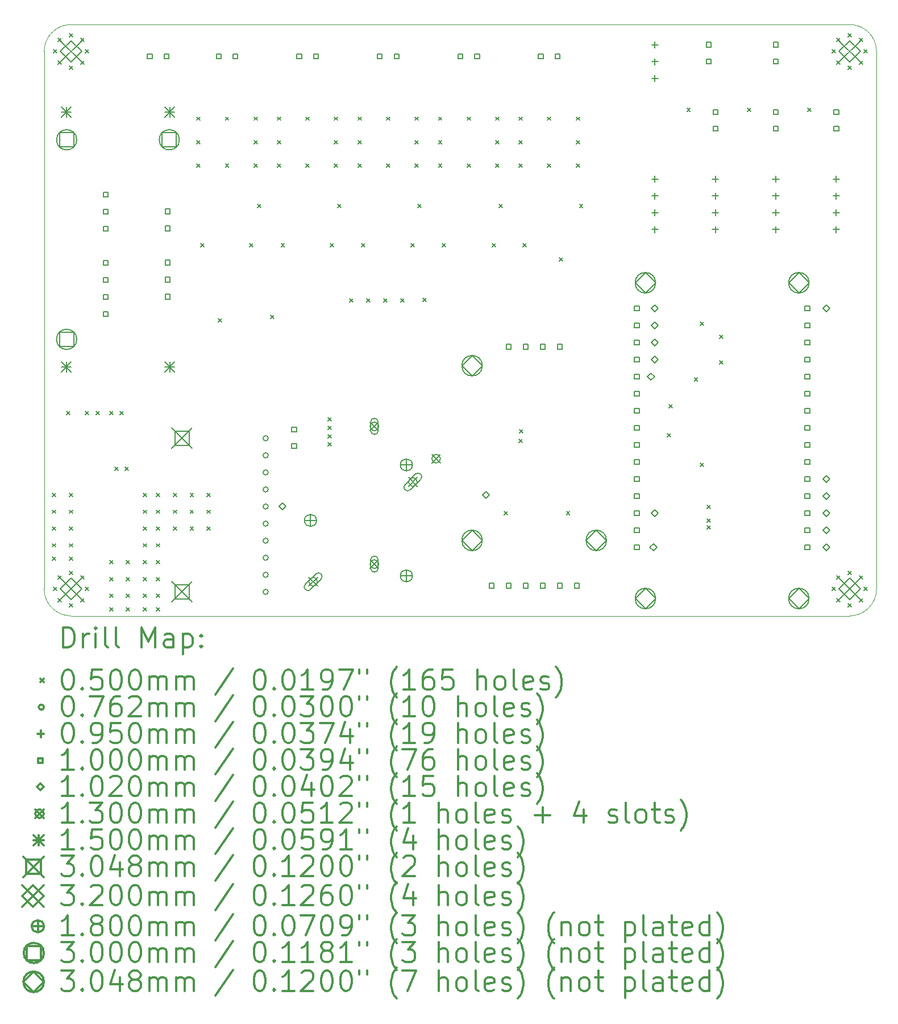
<source format=gbr>
%FSLAX45Y45*%
G04 Gerber Fmt 4.5, Leading zero omitted, Abs format (unit mm)*
G04 Created by KiCad (PCBNEW 5.1.12-84ad8e8a86~92~ubuntu20.04.1) date 2021-11-30 13:37:24*
%MOMM*%
%LPD*%
G01*
G04 APERTURE LIST*
%TA.AperFunction,Profile*%
%ADD10C,0.076200*%
%TD*%
%ADD11C,0.200000*%
%ADD12C,0.300000*%
G04 APERTURE END LIST*
D10*
X17400000Y-5400000D02*
X17400000Y-13400000D01*
X5400000Y-13800000D02*
X17000000Y-13800000D01*
X5400000Y-13800000D02*
G75*
G02*
X5000000Y-13400000I0J400000D01*
G01*
X5000000Y-5400000D02*
G75*
G02*
X5400000Y-5000000I400000J0D01*
G01*
X17000000Y-5000000D02*
G75*
G02*
X17400000Y-5400000I0J-400000D01*
G01*
X17400000Y-13400000D02*
G75*
G02*
X17000000Y-13800000I-400000J0D01*
G01*
X5000000Y-5400000D02*
X5000000Y-13400000D01*
X17000000Y-5000000D02*
X5400000Y-5000000D01*
D11*
X5125000Y-11975000D02*
X5175000Y-12025000D01*
X5175000Y-11975000D02*
X5125000Y-12025000D01*
X5125000Y-12225000D02*
X5175000Y-12275000D01*
X5175000Y-12225000D02*
X5125000Y-12275000D01*
X5125000Y-12475000D02*
X5175000Y-12525000D01*
X5175000Y-12475000D02*
X5125000Y-12525000D01*
X5125000Y-12725000D02*
X5175000Y-12775000D01*
X5175000Y-12725000D02*
X5125000Y-12775000D01*
X5125000Y-12925000D02*
X5175000Y-12975000D01*
X5175000Y-12925000D02*
X5125000Y-12975000D01*
X5135000Y-5375000D02*
X5185000Y-5425000D01*
X5185000Y-5375000D02*
X5135000Y-5425000D01*
X5135000Y-13375000D02*
X5185000Y-13425000D01*
X5185000Y-13375000D02*
X5135000Y-13425000D01*
X5205294Y-5205294D02*
X5255294Y-5255294D01*
X5255294Y-5205294D02*
X5205294Y-5255294D01*
X5205294Y-5544706D02*
X5255294Y-5594706D01*
X5255294Y-5544706D02*
X5205294Y-5594706D01*
X5205294Y-13205294D02*
X5255294Y-13255294D01*
X5255294Y-13205294D02*
X5205294Y-13255294D01*
X5205294Y-13544706D02*
X5255294Y-13594706D01*
X5255294Y-13544706D02*
X5205294Y-13594706D01*
X5335000Y-10755000D02*
X5385000Y-10805000D01*
X5385000Y-10755000D02*
X5335000Y-10805000D01*
X5375000Y-5135000D02*
X5425000Y-5185000D01*
X5425000Y-5135000D02*
X5375000Y-5185000D01*
X5375000Y-5615000D02*
X5425000Y-5665000D01*
X5425000Y-5615000D02*
X5375000Y-5665000D01*
X5375000Y-11975000D02*
X5425000Y-12025000D01*
X5425000Y-11975000D02*
X5375000Y-12025000D01*
X5375000Y-12225000D02*
X5425000Y-12275000D01*
X5425000Y-12225000D02*
X5375000Y-12275000D01*
X5375000Y-12475000D02*
X5425000Y-12525000D01*
X5425000Y-12475000D02*
X5375000Y-12525000D01*
X5375000Y-12725000D02*
X5425000Y-12775000D01*
X5425000Y-12725000D02*
X5375000Y-12775000D01*
X5375000Y-12925000D02*
X5425000Y-12975000D01*
X5425000Y-12925000D02*
X5375000Y-12975000D01*
X5375000Y-13135000D02*
X5425000Y-13185000D01*
X5425000Y-13135000D02*
X5375000Y-13185000D01*
X5375000Y-13615000D02*
X5425000Y-13665000D01*
X5425000Y-13615000D02*
X5375000Y-13665000D01*
X5544706Y-5205294D02*
X5594706Y-5255294D01*
X5594706Y-5205294D02*
X5544706Y-5255294D01*
X5544706Y-5544706D02*
X5594706Y-5594706D01*
X5594706Y-5544706D02*
X5544706Y-5594706D01*
X5544706Y-13205294D02*
X5594706Y-13255294D01*
X5594706Y-13205294D02*
X5544706Y-13255294D01*
X5544706Y-13544706D02*
X5594706Y-13594706D01*
X5594706Y-13544706D02*
X5544706Y-13594706D01*
X5615000Y-5375000D02*
X5665000Y-5425000D01*
X5665000Y-5375000D02*
X5615000Y-5425000D01*
X5615000Y-10755000D02*
X5665000Y-10805000D01*
X5665000Y-10755000D02*
X5615000Y-10805000D01*
X5615000Y-13375000D02*
X5665000Y-13425000D01*
X5665000Y-13375000D02*
X5615000Y-13425000D01*
X5775000Y-10755000D02*
X5825000Y-10805000D01*
X5825000Y-10755000D02*
X5775000Y-10805000D01*
X5975000Y-10755000D02*
X6025000Y-10805000D01*
X6025000Y-10755000D02*
X5975000Y-10805000D01*
X5975000Y-12975000D02*
X6025000Y-13025000D01*
X6025000Y-12975000D02*
X5975000Y-13025000D01*
X5975000Y-13225000D02*
X6025000Y-13275000D01*
X6025000Y-13225000D02*
X5975000Y-13275000D01*
X5975000Y-13475000D02*
X6025000Y-13525000D01*
X6025000Y-13475000D02*
X5975000Y-13525000D01*
X5975000Y-13675000D02*
X6025000Y-13725000D01*
X6025000Y-13675000D02*
X5975000Y-13725000D01*
X6053000Y-11589000D02*
X6103000Y-11639000D01*
X6103000Y-11589000D02*
X6053000Y-11639000D01*
X6130000Y-10755000D02*
X6180000Y-10805000D01*
X6180000Y-10755000D02*
X6130000Y-10805000D01*
X6207000Y-11589000D02*
X6257000Y-11639000D01*
X6257000Y-11589000D02*
X6207000Y-11639000D01*
X6225000Y-12975000D02*
X6275000Y-13025000D01*
X6275000Y-12975000D02*
X6225000Y-13025000D01*
X6225000Y-13225000D02*
X6275000Y-13275000D01*
X6275000Y-13225000D02*
X6225000Y-13275000D01*
X6225000Y-13475000D02*
X6275000Y-13525000D01*
X6275000Y-13475000D02*
X6225000Y-13525000D01*
X6225000Y-13675000D02*
X6275000Y-13725000D01*
X6275000Y-13675000D02*
X6225000Y-13725000D01*
X6475000Y-11975000D02*
X6525000Y-12025000D01*
X6525000Y-11975000D02*
X6475000Y-12025000D01*
X6475000Y-12225000D02*
X6525000Y-12275000D01*
X6525000Y-12225000D02*
X6475000Y-12275000D01*
X6475000Y-12475000D02*
X6525000Y-12525000D01*
X6525000Y-12475000D02*
X6475000Y-12525000D01*
X6475000Y-12725000D02*
X6525000Y-12775000D01*
X6525000Y-12725000D02*
X6475000Y-12775000D01*
X6475000Y-12975000D02*
X6525000Y-13025000D01*
X6525000Y-12975000D02*
X6475000Y-13025000D01*
X6475000Y-13225000D02*
X6525000Y-13275000D01*
X6525000Y-13225000D02*
X6475000Y-13275000D01*
X6475000Y-13475000D02*
X6525000Y-13525000D01*
X6525000Y-13475000D02*
X6475000Y-13525000D01*
X6475000Y-13675000D02*
X6525000Y-13725000D01*
X6525000Y-13675000D02*
X6475000Y-13725000D01*
X6675000Y-11975000D02*
X6725000Y-12025000D01*
X6725000Y-11975000D02*
X6675000Y-12025000D01*
X6675000Y-12225000D02*
X6725000Y-12275000D01*
X6725000Y-12225000D02*
X6675000Y-12275000D01*
X6675000Y-12475000D02*
X6725000Y-12525000D01*
X6725000Y-12475000D02*
X6675000Y-12525000D01*
X6675000Y-12725000D02*
X6725000Y-12775000D01*
X6725000Y-12725000D02*
X6675000Y-12775000D01*
X6675000Y-12975000D02*
X6725000Y-13025000D01*
X6725000Y-12975000D02*
X6675000Y-13025000D01*
X6675000Y-13225000D02*
X6725000Y-13275000D01*
X6725000Y-13225000D02*
X6675000Y-13275000D01*
X6675000Y-13475000D02*
X6725000Y-13525000D01*
X6725000Y-13475000D02*
X6675000Y-13525000D01*
X6675000Y-13675000D02*
X6725000Y-13725000D01*
X6725000Y-13675000D02*
X6675000Y-13725000D01*
X6925000Y-11975000D02*
X6975000Y-12025000D01*
X6975000Y-11975000D02*
X6925000Y-12025000D01*
X6925000Y-12225000D02*
X6975000Y-12275000D01*
X6975000Y-12225000D02*
X6925000Y-12275000D01*
X6925000Y-12475000D02*
X6975000Y-12525000D01*
X6975000Y-12475000D02*
X6925000Y-12525000D01*
X7175000Y-11975000D02*
X7225000Y-12025000D01*
X7225000Y-11975000D02*
X7175000Y-12025000D01*
X7175000Y-12225000D02*
X7225000Y-12275000D01*
X7225000Y-12225000D02*
X7175000Y-12275000D01*
X7175000Y-12475000D02*
X7225000Y-12525000D01*
X7225000Y-12475000D02*
X7175000Y-12525000D01*
X7275000Y-6375000D02*
X7325000Y-6425000D01*
X7325000Y-6375000D02*
X7275000Y-6425000D01*
X7275000Y-6725000D02*
X7325000Y-6775000D01*
X7325000Y-6725000D02*
X7275000Y-6775000D01*
X7275000Y-7075000D02*
X7325000Y-7125000D01*
X7325000Y-7075000D02*
X7275000Y-7125000D01*
X7330000Y-8255000D02*
X7380000Y-8305000D01*
X7380000Y-8255000D02*
X7330000Y-8305000D01*
X7425000Y-11975000D02*
X7475000Y-12025000D01*
X7475000Y-11975000D02*
X7425000Y-12025000D01*
X7425000Y-12225000D02*
X7475000Y-12275000D01*
X7475000Y-12225000D02*
X7425000Y-12275000D01*
X7425000Y-12475000D02*
X7475000Y-12525000D01*
X7475000Y-12475000D02*
X7425000Y-12525000D01*
X7595000Y-9375000D02*
X7645000Y-9425000D01*
X7645000Y-9375000D02*
X7595000Y-9425000D01*
X7700000Y-6375000D02*
X7750000Y-6425000D01*
X7750000Y-6375000D02*
X7700000Y-6425000D01*
X7700000Y-7075000D02*
X7750000Y-7125000D01*
X7750000Y-7075000D02*
X7700000Y-7125000D01*
X8060000Y-8255000D02*
X8110000Y-8305000D01*
X8110000Y-8255000D02*
X8060000Y-8305000D01*
X8125000Y-6375000D02*
X8175000Y-6425000D01*
X8175000Y-6375000D02*
X8125000Y-6425000D01*
X8125000Y-6725000D02*
X8175000Y-6775000D01*
X8175000Y-6725000D02*
X8125000Y-6775000D01*
X8125000Y-7075000D02*
X8175000Y-7125000D01*
X8175000Y-7075000D02*
X8125000Y-7125000D01*
X8175000Y-7675000D02*
X8225000Y-7725000D01*
X8225000Y-7675000D02*
X8175000Y-7725000D01*
X8375000Y-9325000D02*
X8425000Y-9375000D01*
X8425000Y-9325000D02*
X8375000Y-9375000D01*
X8475000Y-6375000D02*
X8525000Y-6425000D01*
X8525000Y-6375000D02*
X8475000Y-6425000D01*
X8475000Y-6725000D02*
X8525000Y-6775000D01*
X8525000Y-6725000D02*
X8475000Y-6775000D01*
X8475000Y-7075000D02*
X8525000Y-7125000D01*
X8525000Y-7075000D02*
X8475000Y-7125000D01*
X8530000Y-8255000D02*
X8580000Y-8305000D01*
X8580000Y-8255000D02*
X8530000Y-8305000D01*
X8900000Y-6375000D02*
X8950000Y-6425000D01*
X8950000Y-6375000D02*
X8900000Y-6425000D01*
X8900000Y-7075000D02*
X8950000Y-7125000D01*
X8950000Y-7075000D02*
X8900000Y-7125000D01*
X9225000Y-10850000D02*
X9275000Y-10900000D01*
X9275000Y-10850000D02*
X9225000Y-10900000D01*
X9225000Y-10975000D02*
X9275000Y-11025000D01*
X9275000Y-10975000D02*
X9225000Y-11025000D01*
X9225000Y-11100000D02*
X9275000Y-11150000D01*
X9275000Y-11100000D02*
X9225000Y-11150000D01*
X9225000Y-11225000D02*
X9275000Y-11275000D01*
X9275000Y-11225000D02*
X9225000Y-11275000D01*
X9265000Y-8255000D02*
X9315000Y-8305000D01*
X9315000Y-8255000D02*
X9265000Y-8305000D01*
X9325000Y-6375000D02*
X9375000Y-6425000D01*
X9375000Y-6375000D02*
X9325000Y-6425000D01*
X9325000Y-6725000D02*
X9375000Y-6775000D01*
X9375000Y-6725000D02*
X9325000Y-6775000D01*
X9325000Y-7075000D02*
X9375000Y-7125000D01*
X9375000Y-7075000D02*
X9325000Y-7125000D01*
X9375000Y-7675000D02*
X9425000Y-7725000D01*
X9425000Y-7675000D02*
X9375000Y-7725000D01*
X9548500Y-9076500D02*
X9598500Y-9126500D01*
X9598500Y-9076500D02*
X9548500Y-9126500D01*
X9675000Y-6375000D02*
X9725000Y-6425000D01*
X9725000Y-6375000D02*
X9675000Y-6425000D01*
X9675000Y-6725000D02*
X9725000Y-6775000D01*
X9725000Y-6725000D02*
X9675000Y-6775000D01*
X9675000Y-7075000D02*
X9725000Y-7125000D01*
X9725000Y-7075000D02*
X9675000Y-7125000D01*
X9725000Y-8255000D02*
X9775000Y-8305000D01*
X9775000Y-8255000D02*
X9725000Y-8305000D01*
X9806500Y-9076500D02*
X9856500Y-9126500D01*
X9856500Y-9076500D02*
X9806500Y-9126500D01*
X10056500Y-9076500D02*
X10106500Y-9126500D01*
X10106500Y-9076500D02*
X10056500Y-9126500D01*
X10100000Y-6375000D02*
X10150000Y-6425000D01*
X10150000Y-6375000D02*
X10100000Y-6425000D01*
X10100000Y-7075000D02*
X10150000Y-7125000D01*
X10150000Y-7075000D02*
X10100000Y-7125000D01*
X10311500Y-9076500D02*
X10361500Y-9126500D01*
X10361500Y-9076500D02*
X10311500Y-9126500D01*
X10465000Y-8255000D02*
X10515000Y-8305000D01*
X10515000Y-8255000D02*
X10465000Y-8305000D01*
X10525000Y-6375000D02*
X10575000Y-6425000D01*
X10575000Y-6375000D02*
X10525000Y-6425000D01*
X10525000Y-6725000D02*
X10575000Y-6775000D01*
X10575000Y-6725000D02*
X10525000Y-6775000D01*
X10525000Y-7075000D02*
X10575000Y-7125000D01*
X10575000Y-7075000D02*
X10525000Y-7125000D01*
X10565000Y-7675000D02*
X10615000Y-7725000D01*
X10615000Y-7675000D02*
X10565000Y-7725000D01*
X10645000Y-9075000D02*
X10695000Y-9125000D01*
X10695000Y-9075000D02*
X10645000Y-9125000D01*
X10875000Y-6375000D02*
X10925000Y-6425000D01*
X10925000Y-6375000D02*
X10875000Y-6425000D01*
X10875000Y-6725000D02*
X10925000Y-6775000D01*
X10925000Y-6725000D02*
X10875000Y-6775000D01*
X10875000Y-7075000D02*
X10925000Y-7125000D01*
X10925000Y-7075000D02*
X10875000Y-7125000D01*
X10930000Y-8255000D02*
X10980000Y-8305000D01*
X10980000Y-8255000D02*
X10930000Y-8305000D01*
X11300000Y-6375000D02*
X11350000Y-6425000D01*
X11350000Y-6375000D02*
X11300000Y-6425000D01*
X11300000Y-7075000D02*
X11350000Y-7125000D01*
X11350000Y-7075000D02*
X11300000Y-7125000D01*
X11675000Y-8255000D02*
X11725000Y-8305000D01*
X11725000Y-8255000D02*
X11675000Y-8305000D01*
X11725000Y-6375000D02*
X11775000Y-6425000D01*
X11775000Y-6375000D02*
X11725000Y-6425000D01*
X11725000Y-6725000D02*
X11775000Y-6775000D01*
X11775000Y-6725000D02*
X11725000Y-6775000D01*
X11725000Y-7075000D02*
X11775000Y-7125000D01*
X11775000Y-7075000D02*
X11725000Y-7125000D01*
X11775000Y-7675000D02*
X11825000Y-7725000D01*
X11825000Y-7675000D02*
X11775000Y-7725000D01*
X11850000Y-12245000D02*
X11900000Y-12295000D01*
X11900000Y-12245000D02*
X11850000Y-12295000D01*
X12075000Y-6375000D02*
X12125000Y-6425000D01*
X12125000Y-6375000D02*
X12075000Y-6425000D01*
X12075000Y-6725000D02*
X12125000Y-6775000D01*
X12125000Y-6725000D02*
X12075000Y-6775000D01*
X12075000Y-7075000D02*
X12125000Y-7125000D01*
X12125000Y-7075000D02*
X12075000Y-7125000D01*
X12075000Y-11175000D02*
X12125000Y-11225000D01*
X12125000Y-11175000D02*
X12075000Y-11225000D01*
X12080000Y-11025000D02*
X12130000Y-11075000D01*
X12130000Y-11025000D02*
X12080000Y-11075000D01*
X12130000Y-8255000D02*
X12180000Y-8305000D01*
X12180000Y-8255000D02*
X12130000Y-8305000D01*
X12500000Y-6375000D02*
X12550000Y-6425000D01*
X12550000Y-6375000D02*
X12500000Y-6425000D01*
X12500000Y-7075000D02*
X12550000Y-7125000D01*
X12550000Y-7075000D02*
X12500000Y-7125000D01*
X12675000Y-8470000D02*
X12725000Y-8520000D01*
X12725000Y-8470000D02*
X12675000Y-8520000D01*
X12780000Y-12245000D02*
X12830000Y-12295000D01*
X12830000Y-12245000D02*
X12780000Y-12295000D01*
X12925000Y-6375000D02*
X12975000Y-6425000D01*
X12975000Y-6375000D02*
X12925000Y-6425000D01*
X12925000Y-6725000D02*
X12975000Y-6775000D01*
X12975000Y-6725000D02*
X12925000Y-6775000D01*
X12925000Y-7075000D02*
X12975000Y-7125000D01*
X12975000Y-7075000D02*
X12925000Y-7125000D01*
X12975000Y-7675000D02*
X13025000Y-7725000D01*
X13025000Y-7675000D02*
X12975000Y-7725000D01*
X14280000Y-11090000D02*
X14330000Y-11140000D01*
X14330000Y-11090000D02*
X14280000Y-11140000D01*
X14310000Y-10655000D02*
X14360000Y-10705000D01*
X14360000Y-10655000D02*
X14310000Y-10705000D01*
X14575000Y-6245000D02*
X14625000Y-6295000D01*
X14625000Y-6245000D02*
X14575000Y-6295000D01*
X14685000Y-10255000D02*
X14735000Y-10305000D01*
X14735000Y-10255000D02*
X14685000Y-10305000D01*
X14775000Y-9430000D02*
X14825000Y-9480000D01*
X14825000Y-9430000D02*
X14775000Y-9480000D01*
X14775000Y-11525000D02*
X14825000Y-11575000D01*
X14825000Y-11525000D02*
X14775000Y-11575000D01*
X14875000Y-12155000D02*
X14925000Y-12205000D01*
X14925000Y-12155000D02*
X14875000Y-12205000D01*
X14875000Y-12355000D02*
X14925000Y-12405000D01*
X14925000Y-12355000D02*
X14875000Y-12405000D01*
X14875000Y-12455000D02*
X14925000Y-12505000D01*
X14925000Y-12455000D02*
X14875000Y-12505000D01*
X15065000Y-9625000D02*
X15115000Y-9675000D01*
X15115000Y-9625000D02*
X15065000Y-9675000D01*
X15065000Y-10005000D02*
X15115000Y-10055000D01*
X15115000Y-10005000D02*
X15065000Y-10055000D01*
X15475000Y-6245000D02*
X15525000Y-6295000D01*
X15525000Y-6245000D02*
X15475000Y-6295000D01*
X16375000Y-6245000D02*
X16425000Y-6295000D01*
X16425000Y-6245000D02*
X16375000Y-6295000D01*
X16735000Y-5375000D02*
X16785000Y-5425000D01*
X16785000Y-5375000D02*
X16735000Y-5425000D01*
X16735000Y-13375000D02*
X16785000Y-13425000D01*
X16785000Y-13375000D02*
X16735000Y-13425000D01*
X16805294Y-5205294D02*
X16855294Y-5255294D01*
X16855294Y-5205294D02*
X16805294Y-5255294D01*
X16805294Y-5544706D02*
X16855294Y-5594706D01*
X16855294Y-5544706D02*
X16805294Y-5594706D01*
X16805294Y-13205294D02*
X16855294Y-13255294D01*
X16855294Y-13205294D02*
X16805294Y-13255294D01*
X16805294Y-13544706D02*
X16855294Y-13594706D01*
X16855294Y-13544706D02*
X16805294Y-13594706D01*
X16975000Y-5135000D02*
X17025000Y-5185000D01*
X17025000Y-5135000D02*
X16975000Y-5185000D01*
X16975000Y-5615000D02*
X17025000Y-5665000D01*
X17025000Y-5615000D02*
X16975000Y-5665000D01*
X16975000Y-13135000D02*
X17025000Y-13185000D01*
X17025000Y-13135000D02*
X16975000Y-13185000D01*
X16975000Y-13615000D02*
X17025000Y-13665000D01*
X17025000Y-13615000D02*
X16975000Y-13665000D01*
X17144706Y-5205294D02*
X17194706Y-5255294D01*
X17194706Y-5205294D02*
X17144706Y-5255294D01*
X17144706Y-5544706D02*
X17194706Y-5594706D01*
X17194706Y-5544706D02*
X17144706Y-5594706D01*
X17144706Y-13205294D02*
X17194706Y-13255294D01*
X17194706Y-13205294D02*
X17144706Y-13255294D01*
X17144706Y-13544706D02*
X17194706Y-13594706D01*
X17194706Y-13544706D02*
X17144706Y-13594706D01*
X17215000Y-5375000D02*
X17265000Y-5425000D01*
X17265000Y-5375000D02*
X17215000Y-5425000D01*
X17215000Y-13375000D02*
X17265000Y-13425000D01*
X17265000Y-13375000D02*
X17215000Y-13425000D01*
X8338100Y-11157000D02*
G75*
G03*
X8338100Y-11157000I-38100J0D01*
G01*
X8338100Y-11411000D02*
G75*
G03*
X8338100Y-11411000I-38100J0D01*
G01*
X8338100Y-11665000D02*
G75*
G03*
X8338100Y-11665000I-38100J0D01*
G01*
X8338100Y-11919000D02*
G75*
G03*
X8338100Y-11919000I-38100J0D01*
G01*
X8338100Y-12173000D02*
G75*
G03*
X8338100Y-12173000I-38100J0D01*
G01*
X8338100Y-12427000D02*
G75*
G03*
X8338100Y-12427000I-38100J0D01*
G01*
X8338100Y-12681000D02*
G75*
G03*
X8338100Y-12681000I-38100J0D01*
G01*
X8338100Y-12935000D02*
G75*
G03*
X8338100Y-12935000I-38100J0D01*
G01*
X8338100Y-13189000D02*
G75*
G03*
X8338100Y-13189000I-38100J0D01*
G01*
X8338100Y-13443000D02*
G75*
G03*
X8338100Y-13443000I-38100J0D01*
G01*
X14100000Y-5252500D02*
X14100000Y-5347500D01*
X14052500Y-5300000D02*
X14147500Y-5300000D01*
X14100000Y-5502500D02*
X14100000Y-5597500D01*
X14052500Y-5550000D02*
X14147500Y-5550000D01*
X14100000Y-5752500D02*
X14100000Y-5847500D01*
X14052500Y-5800000D02*
X14147500Y-5800000D01*
X14100000Y-7252500D02*
X14100000Y-7347500D01*
X14052500Y-7300000D02*
X14147500Y-7300000D01*
X14100000Y-7502500D02*
X14100000Y-7597500D01*
X14052500Y-7550000D02*
X14147500Y-7550000D01*
X14100000Y-7752500D02*
X14100000Y-7847500D01*
X14052500Y-7800000D02*
X14147500Y-7800000D01*
X14100000Y-8002500D02*
X14100000Y-8097500D01*
X14052500Y-8050000D02*
X14147500Y-8050000D01*
X15000000Y-7252500D02*
X15000000Y-7347500D01*
X14952500Y-7300000D02*
X15047500Y-7300000D01*
X15000000Y-7502500D02*
X15000000Y-7597500D01*
X14952500Y-7550000D02*
X15047500Y-7550000D01*
X15000000Y-7752500D02*
X15000000Y-7847500D01*
X14952500Y-7800000D02*
X15047500Y-7800000D01*
X15000000Y-8002500D02*
X15000000Y-8097500D01*
X14952500Y-8050000D02*
X15047500Y-8050000D01*
X15900000Y-7252500D02*
X15900000Y-7347500D01*
X15852500Y-7300000D02*
X15947500Y-7300000D01*
X15900000Y-7502500D02*
X15900000Y-7597500D01*
X15852500Y-7550000D02*
X15947500Y-7550000D01*
X15900000Y-7752500D02*
X15900000Y-7847500D01*
X15852500Y-7800000D02*
X15947500Y-7800000D01*
X15900000Y-8002500D02*
X15900000Y-8097500D01*
X15852500Y-8050000D02*
X15947500Y-8050000D01*
X16800000Y-7252500D02*
X16800000Y-7347500D01*
X16752500Y-7300000D02*
X16847500Y-7300000D01*
X16800000Y-7502500D02*
X16800000Y-7597500D01*
X16752500Y-7550000D02*
X16847500Y-7550000D01*
X16800000Y-7752500D02*
X16800000Y-7847500D01*
X16752500Y-7800000D02*
X16847500Y-7800000D01*
X16800000Y-8002500D02*
X16800000Y-8097500D01*
X16752500Y-8050000D02*
X16847500Y-8050000D01*
X5955356Y-7565356D02*
X5955356Y-7494644D01*
X5884644Y-7494644D01*
X5884644Y-7565356D01*
X5955356Y-7565356D01*
X5955356Y-7819356D02*
X5955356Y-7748644D01*
X5884644Y-7748644D01*
X5884644Y-7819356D01*
X5955356Y-7819356D01*
X5955356Y-8073356D02*
X5955356Y-8002644D01*
X5884644Y-8002644D01*
X5884644Y-8073356D01*
X5955356Y-8073356D01*
X5955356Y-8581356D02*
X5955356Y-8510644D01*
X5884644Y-8510644D01*
X5884644Y-8581356D01*
X5955356Y-8581356D01*
X5955356Y-8835356D02*
X5955356Y-8764644D01*
X5884644Y-8764644D01*
X5884644Y-8835356D01*
X5955356Y-8835356D01*
X5955356Y-9089356D02*
X5955356Y-9018644D01*
X5884644Y-9018644D01*
X5884644Y-9089356D01*
X5955356Y-9089356D01*
X5955356Y-9343356D02*
X5955356Y-9272644D01*
X5884644Y-9272644D01*
X5884644Y-9343356D01*
X5955356Y-9343356D01*
X6610356Y-5510356D02*
X6610356Y-5439644D01*
X6539644Y-5439644D01*
X6539644Y-5510356D01*
X6610356Y-5510356D01*
X6860356Y-5510356D02*
X6860356Y-5439644D01*
X6789644Y-5439644D01*
X6789644Y-5510356D01*
X6860356Y-5510356D01*
X6875356Y-7815356D02*
X6875356Y-7744644D01*
X6804644Y-7744644D01*
X6804644Y-7815356D01*
X6875356Y-7815356D01*
X6875356Y-8069356D02*
X6875356Y-7998644D01*
X6804644Y-7998644D01*
X6804644Y-8069356D01*
X6875356Y-8069356D01*
X6875356Y-8577356D02*
X6875356Y-8506644D01*
X6804644Y-8506644D01*
X6804644Y-8577356D01*
X6875356Y-8577356D01*
X6875356Y-8831356D02*
X6875356Y-8760644D01*
X6804644Y-8760644D01*
X6804644Y-8831356D01*
X6875356Y-8831356D01*
X6875356Y-9085356D02*
X6875356Y-9014644D01*
X6804644Y-9014644D01*
X6804644Y-9085356D01*
X6875356Y-9085356D01*
X7635356Y-5510356D02*
X7635356Y-5439644D01*
X7564644Y-5439644D01*
X7564644Y-5510356D01*
X7635356Y-5510356D01*
X7885356Y-5510356D02*
X7885356Y-5439644D01*
X7814644Y-5439644D01*
X7814644Y-5510356D01*
X7885356Y-5510356D01*
X8760356Y-11060356D02*
X8760356Y-10989644D01*
X8689644Y-10989644D01*
X8689644Y-11060356D01*
X8760356Y-11060356D01*
X8760356Y-11310356D02*
X8760356Y-11239644D01*
X8689644Y-11239644D01*
X8689644Y-11310356D01*
X8760356Y-11310356D01*
X8835356Y-5510356D02*
X8835356Y-5439644D01*
X8764644Y-5439644D01*
X8764644Y-5510356D01*
X8835356Y-5510356D01*
X9085356Y-5510356D02*
X9085356Y-5439644D01*
X9014644Y-5439644D01*
X9014644Y-5510356D01*
X9085356Y-5510356D01*
X10035356Y-5510356D02*
X10035356Y-5439644D01*
X9964644Y-5439644D01*
X9964644Y-5510356D01*
X10035356Y-5510356D01*
X10285356Y-5510356D02*
X10285356Y-5439644D01*
X10214644Y-5439644D01*
X10214644Y-5510356D01*
X10285356Y-5510356D01*
X11235356Y-5510356D02*
X11235356Y-5439644D01*
X11164644Y-5439644D01*
X11164644Y-5510356D01*
X11235356Y-5510356D01*
X11485356Y-5510356D02*
X11485356Y-5439644D01*
X11414644Y-5439644D01*
X11414644Y-5510356D01*
X11485356Y-5510356D01*
X11700356Y-13385356D02*
X11700356Y-13314644D01*
X11629644Y-13314644D01*
X11629644Y-13385356D01*
X11700356Y-13385356D01*
X11954356Y-9829356D02*
X11954356Y-9758644D01*
X11883644Y-9758644D01*
X11883644Y-9829356D01*
X11954356Y-9829356D01*
X11954356Y-13385356D02*
X11954356Y-13314644D01*
X11883644Y-13314644D01*
X11883644Y-13385356D01*
X11954356Y-13385356D01*
X12208356Y-9829356D02*
X12208356Y-9758644D01*
X12137644Y-9758644D01*
X12137644Y-9829356D01*
X12208356Y-9829356D01*
X12208356Y-13385356D02*
X12208356Y-13314644D01*
X12137644Y-13314644D01*
X12137644Y-13385356D01*
X12208356Y-13385356D01*
X12435356Y-5510356D02*
X12435356Y-5439644D01*
X12364644Y-5439644D01*
X12364644Y-5510356D01*
X12435356Y-5510356D01*
X12462356Y-9829356D02*
X12462356Y-9758644D01*
X12391644Y-9758644D01*
X12391644Y-9829356D01*
X12462356Y-9829356D01*
X12462356Y-13385356D02*
X12462356Y-13314644D01*
X12391644Y-13314644D01*
X12391644Y-13385356D01*
X12462356Y-13385356D01*
X12685356Y-5510356D02*
X12685356Y-5439644D01*
X12614644Y-5439644D01*
X12614644Y-5510356D01*
X12685356Y-5510356D01*
X12716356Y-9829356D02*
X12716356Y-9758644D01*
X12645644Y-9758644D01*
X12645644Y-9829356D01*
X12716356Y-9829356D01*
X12716356Y-13385356D02*
X12716356Y-13314644D01*
X12645644Y-13314644D01*
X12645644Y-13385356D01*
X12716356Y-13385356D01*
X12970356Y-13385356D02*
X12970356Y-13314644D01*
X12899644Y-13314644D01*
X12899644Y-13385356D01*
X12970356Y-13385356D01*
X13865356Y-9259356D02*
X13865356Y-9188644D01*
X13794644Y-9188644D01*
X13794644Y-9259356D01*
X13865356Y-9259356D01*
X13865356Y-9513356D02*
X13865356Y-9442644D01*
X13794644Y-9442644D01*
X13794644Y-9513356D01*
X13865356Y-9513356D01*
X13865356Y-9767356D02*
X13865356Y-9696644D01*
X13794644Y-9696644D01*
X13794644Y-9767356D01*
X13865356Y-9767356D01*
X13865356Y-10021356D02*
X13865356Y-9950644D01*
X13794644Y-9950644D01*
X13794644Y-10021356D01*
X13865356Y-10021356D01*
X13865356Y-10275356D02*
X13865356Y-10204644D01*
X13794644Y-10204644D01*
X13794644Y-10275356D01*
X13865356Y-10275356D01*
X13865356Y-10529356D02*
X13865356Y-10458644D01*
X13794644Y-10458644D01*
X13794644Y-10529356D01*
X13865356Y-10529356D01*
X13865356Y-10783356D02*
X13865356Y-10712644D01*
X13794644Y-10712644D01*
X13794644Y-10783356D01*
X13865356Y-10783356D01*
X13865356Y-11037356D02*
X13865356Y-10966644D01*
X13794644Y-10966644D01*
X13794644Y-11037356D01*
X13865356Y-11037356D01*
X13865356Y-11291356D02*
X13865356Y-11220644D01*
X13794644Y-11220644D01*
X13794644Y-11291356D01*
X13865356Y-11291356D01*
X13865356Y-11545356D02*
X13865356Y-11474644D01*
X13794644Y-11474644D01*
X13794644Y-11545356D01*
X13865356Y-11545356D01*
X13865356Y-11799356D02*
X13865356Y-11728644D01*
X13794644Y-11728644D01*
X13794644Y-11799356D01*
X13865356Y-11799356D01*
X13865356Y-12053356D02*
X13865356Y-11982644D01*
X13794644Y-11982644D01*
X13794644Y-12053356D01*
X13865356Y-12053356D01*
X13865356Y-12307356D02*
X13865356Y-12236644D01*
X13794644Y-12236644D01*
X13794644Y-12307356D01*
X13865356Y-12307356D01*
X13865356Y-12561356D02*
X13865356Y-12490644D01*
X13794644Y-12490644D01*
X13794644Y-12561356D01*
X13865356Y-12561356D01*
X13865356Y-12815356D02*
X13865356Y-12744644D01*
X13794644Y-12744644D01*
X13794644Y-12815356D01*
X13865356Y-12815356D01*
X14935356Y-5335356D02*
X14935356Y-5264644D01*
X14864644Y-5264644D01*
X14864644Y-5335356D01*
X14935356Y-5335356D01*
X14935356Y-5585356D02*
X14935356Y-5514644D01*
X14864644Y-5514644D01*
X14864644Y-5585356D01*
X14935356Y-5585356D01*
X15035356Y-6335356D02*
X15035356Y-6264644D01*
X14964644Y-6264644D01*
X14964644Y-6335356D01*
X15035356Y-6335356D01*
X15035356Y-6585356D02*
X15035356Y-6514644D01*
X14964644Y-6514644D01*
X14964644Y-6585356D01*
X15035356Y-6585356D01*
X15935356Y-5335356D02*
X15935356Y-5264644D01*
X15864644Y-5264644D01*
X15864644Y-5335356D01*
X15935356Y-5335356D01*
X15935356Y-5585356D02*
X15935356Y-5514644D01*
X15864644Y-5514644D01*
X15864644Y-5585356D01*
X15935356Y-5585356D01*
X15935356Y-6335356D02*
X15935356Y-6264644D01*
X15864644Y-6264644D01*
X15864644Y-6335356D01*
X15935356Y-6335356D01*
X15935356Y-6585356D02*
X15935356Y-6514644D01*
X15864644Y-6514644D01*
X15864644Y-6585356D01*
X15935356Y-6585356D01*
X16405356Y-9259356D02*
X16405356Y-9188644D01*
X16334644Y-9188644D01*
X16334644Y-9259356D01*
X16405356Y-9259356D01*
X16405356Y-9513356D02*
X16405356Y-9442644D01*
X16334644Y-9442644D01*
X16334644Y-9513356D01*
X16405356Y-9513356D01*
X16405356Y-9767356D02*
X16405356Y-9696644D01*
X16334644Y-9696644D01*
X16334644Y-9767356D01*
X16405356Y-9767356D01*
X16405356Y-10021356D02*
X16405356Y-9950644D01*
X16334644Y-9950644D01*
X16334644Y-10021356D01*
X16405356Y-10021356D01*
X16405356Y-10275356D02*
X16405356Y-10204644D01*
X16334644Y-10204644D01*
X16334644Y-10275356D01*
X16405356Y-10275356D01*
X16405356Y-10529356D02*
X16405356Y-10458644D01*
X16334644Y-10458644D01*
X16334644Y-10529356D01*
X16405356Y-10529356D01*
X16405356Y-10783356D02*
X16405356Y-10712644D01*
X16334644Y-10712644D01*
X16334644Y-10783356D01*
X16405356Y-10783356D01*
X16405356Y-11037356D02*
X16405356Y-10966644D01*
X16334644Y-10966644D01*
X16334644Y-11037356D01*
X16405356Y-11037356D01*
X16405356Y-11291356D02*
X16405356Y-11220644D01*
X16334644Y-11220644D01*
X16334644Y-11291356D01*
X16405356Y-11291356D01*
X16405356Y-11545356D02*
X16405356Y-11474644D01*
X16334644Y-11474644D01*
X16334644Y-11545356D01*
X16405356Y-11545356D01*
X16405356Y-11799356D02*
X16405356Y-11728644D01*
X16334644Y-11728644D01*
X16334644Y-11799356D01*
X16405356Y-11799356D01*
X16405356Y-12053356D02*
X16405356Y-11982644D01*
X16334644Y-11982644D01*
X16334644Y-12053356D01*
X16405356Y-12053356D01*
X16405356Y-12307356D02*
X16405356Y-12236644D01*
X16334644Y-12236644D01*
X16334644Y-12307356D01*
X16405356Y-12307356D01*
X16405356Y-12561356D02*
X16405356Y-12490644D01*
X16334644Y-12490644D01*
X16334644Y-12561356D01*
X16405356Y-12561356D01*
X16405356Y-12815356D02*
X16405356Y-12744644D01*
X16334644Y-12744644D01*
X16334644Y-12815356D01*
X16405356Y-12815356D01*
X16835356Y-6335356D02*
X16835356Y-6264644D01*
X16764644Y-6264644D01*
X16764644Y-6335356D01*
X16835356Y-6335356D01*
X16835356Y-6585356D02*
X16835356Y-6514644D01*
X16764644Y-6514644D01*
X16764644Y-6585356D01*
X16835356Y-6585356D01*
X8550000Y-12224000D02*
X8601000Y-12173000D01*
X8550000Y-12122000D01*
X8499000Y-12173000D01*
X8550000Y-12224000D01*
X11580000Y-12051000D02*
X11631000Y-12000000D01*
X11580000Y-11949000D01*
X11529000Y-12000000D01*
X11580000Y-12051000D01*
X14041000Y-10291000D02*
X14092000Y-10240000D01*
X14041000Y-10189000D01*
X13990000Y-10240000D01*
X14041000Y-10291000D01*
X14075000Y-12831000D02*
X14126000Y-12780000D01*
X14075000Y-12729000D01*
X14024000Y-12780000D01*
X14075000Y-12831000D01*
X14100000Y-9275000D02*
X14151000Y-9224000D01*
X14100000Y-9173000D01*
X14049000Y-9224000D01*
X14100000Y-9275000D01*
X14100000Y-9529000D02*
X14151000Y-9478000D01*
X14100000Y-9427000D01*
X14049000Y-9478000D01*
X14100000Y-9529000D01*
X14100000Y-9783000D02*
X14151000Y-9732000D01*
X14100000Y-9681000D01*
X14049000Y-9732000D01*
X14100000Y-9783000D01*
X14100000Y-10037000D02*
X14151000Y-9986000D01*
X14100000Y-9935000D01*
X14049000Y-9986000D01*
X14100000Y-10037000D01*
X14100000Y-12323000D02*
X14151000Y-12272000D01*
X14100000Y-12221000D01*
X14049000Y-12272000D01*
X14100000Y-12323000D01*
X16650000Y-9275000D02*
X16701000Y-9224000D01*
X16650000Y-9173000D01*
X16599000Y-9224000D01*
X16650000Y-9275000D01*
X16650000Y-11815000D02*
X16701000Y-11764000D01*
X16650000Y-11713000D01*
X16599000Y-11764000D01*
X16650000Y-11815000D01*
X16650000Y-12069000D02*
X16701000Y-12018000D01*
X16650000Y-11967000D01*
X16599000Y-12018000D01*
X16650000Y-12069000D01*
X16650000Y-12323000D02*
X16701000Y-12272000D01*
X16650000Y-12221000D01*
X16599000Y-12272000D01*
X16650000Y-12323000D01*
X16650000Y-12577000D02*
X16701000Y-12526000D01*
X16650000Y-12475000D01*
X16599000Y-12526000D01*
X16650000Y-12577000D01*
X16650000Y-12831000D02*
X16701000Y-12780000D01*
X16650000Y-12729000D01*
X16599000Y-12780000D01*
X16650000Y-12831000D01*
X8942832Y-13227168D02*
X9072832Y-13357168D01*
X9072832Y-13227168D02*
X8942832Y-13357168D01*
X9072832Y-13292168D02*
G75*
G03*
X9072832Y-13292168I-65000J0D01*
G01*
X9046723Y-13175495D02*
X8891160Y-13331059D01*
X9124505Y-13253277D02*
X8968941Y-13408840D01*
X8891160Y-13331058D02*
G75*
G03*
X8968942Y-13408840I38891J-38891D01*
G01*
X9124505Y-13253277D02*
G75*
G03*
X9046723Y-13175495I-38891J38891D01*
G01*
X9855000Y-10915000D02*
X9985000Y-11045000D01*
X9985000Y-10915000D02*
X9855000Y-11045000D01*
X9985000Y-10980000D02*
G75*
G03*
X9985000Y-10980000I-65000J0D01*
G01*
X9975000Y-11045000D02*
X9975000Y-10915000D01*
X9865000Y-11045000D02*
X9865000Y-10915000D01*
X9975000Y-10915000D02*
G75*
G03*
X9865000Y-10915000I-55000J0D01*
G01*
X9865000Y-11045000D02*
G75*
G03*
X9975000Y-11045000I55000J0D01*
G01*
X9855000Y-12965000D02*
X9985000Y-13095000D01*
X9985000Y-12965000D02*
X9855000Y-13095000D01*
X9985000Y-13030000D02*
G75*
G03*
X9985000Y-13030000I-65000J0D01*
G01*
X9975000Y-13095000D02*
X9975000Y-12965000D01*
X9865000Y-13095000D02*
X9865000Y-12965000D01*
X9975000Y-12965000D02*
G75*
G03*
X9865000Y-12965000I-55000J0D01*
G01*
X9865000Y-13095000D02*
G75*
G03*
X9975000Y-13095000I55000J0D01*
G01*
X10427757Y-11742243D02*
X10557757Y-11872243D01*
X10557757Y-11742243D02*
X10427757Y-11872243D01*
X10557757Y-11807243D02*
G75*
G03*
X10557757Y-11807243I-65000J0D01*
G01*
X10531647Y-11690571D02*
X10376084Y-11846134D01*
X10609429Y-11768353D02*
X10453866Y-11923916D01*
X10376084Y-11846134D02*
G75*
G03*
X10453866Y-11923916I38891J-38891D01*
G01*
X10609429Y-11768353D02*
G75*
G03*
X10531647Y-11690571I-38891J38891D01*
G01*
X10774239Y-11395761D02*
X10904239Y-11525761D01*
X10904239Y-11395761D02*
X10774239Y-11525761D01*
X10904239Y-11460761D02*
G75*
G03*
X10904239Y-11460761I-65000J0D01*
G01*
X5255000Y-6230000D02*
X5405000Y-6380000D01*
X5405000Y-6230000D02*
X5255000Y-6380000D01*
X5330000Y-6230000D02*
X5330000Y-6380000D01*
X5255000Y-6305000D02*
X5405000Y-6305000D01*
X5255000Y-10020000D02*
X5405000Y-10170000D01*
X5405000Y-10020000D02*
X5255000Y-10170000D01*
X5330000Y-10020000D02*
X5330000Y-10170000D01*
X5255000Y-10095000D02*
X5405000Y-10095000D01*
X6795000Y-6230000D02*
X6945000Y-6380000D01*
X6945000Y-6230000D02*
X6795000Y-6380000D01*
X6870000Y-6230000D02*
X6870000Y-6380000D01*
X6795000Y-6305000D02*
X6945000Y-6305000D01*
X6795000Y-10020000D02*
X6945000Y-10170000D01*
X6945000Y-10020000D02*
X6795000Y-10170000D01*
X6870000Y-10020000D02*
X6870000Y-10170000D01*
X6795000Y-10095000D02*
X6945000Y-10095000D01*
X6903000Y-11004600D02*
X7207800Y-11309400D01*
X7207800Y-11004600D02*
X6903000Y-11309400D01*
X7163164Y-11264764D02*
X7163164Y-11049236D01*
X6947636Y-11049236D01*
X6947636Y-11264764D01*
X7163164Y-11264764D01*
X6903000Y-13290600D02*
X7207800Y-13595400D01*
X7207800Y-13290600D02*
X6903000Y-13595400D01*
X7163164Y-13550764D02*
X7163164Y-13335236D01*
X6947636Y-13335236D01*
X6947636Y-13550764D01*
X7163164Y-13550764D01*
X5240000Y-5240000D02*
X5560000Y-5560000D01*
X5560000Y-5240000D02*
X5240000Y-5560000D01*
X5400000Y-5560000D02*
X5560000Y-5400000D01*
X5400000Y-5240000D01*
X5240000Y-5400000D01*
X5400000Y-5560000D01*
X5240000Y-13240000D02*
X5560000Y-13560000D01*
X5560000Y-13240000D02*
X5240000Y-13560000D01*
X5400000Y-13560000D02*
X5560000Y-13400000D01*
X5400000Y-13240000D01*
X5240000Y-13400000D01*
X5400000Y-13560000D01*
X16840000Y-5240000D02*
X17160000Y-5560000D01*
X17160000Y-5240000D02*
X16840000Y-5560000D01*
X17000000Y-5560000D02*
X17160000Y-5400000D01*
X17000000Y-5240000D01*
X16840000Y-5400000D01*
X17000000Y-5560000D01*
X16840000Y-13240000D02*
X17160000Y-13560000D01*
X17160000Y-13240000D02*
X16840000Y-13560000D01*
X17000000Y-13560000D02*
X17160000Y-13400000D01*
X17000000Y-13240000D01*
X16840000Y-13400000D01*
X17000000Y-13560000D01*
X8967500Y-12290000D02*
X8967500Y-12470000D01*
X8877500Y-12380000D02*
X9057500Y-12380000D01*
X9057500Y-12380000D02*
G75*
G03*
X9057500Y-12380000I-90000J0D01*
G01*
X10396200Y-11465100D02*
X10396200Y-11645100D01*
X10306200Y-11555100D02*
X10486200Y-11555100D01*
X10486200Y-11555100D02*
G75*
G03*
X10486200Y-11555100I-90000J0D01*
G01*
X10396200Y-13114900D02*
X10396200Y-13294900D01*
X10306200Y-13204900D02*
X10486200Y-13204900D01*
X10486200Y-13204900D02*
G75*
G03*
X10486200Y-13204900I-90000J0D01*
G01*
X5441067Y-6821067D02*
X5441067Y-6608933D01*
X5228933Y-6608933D01*
X5228933Y-6821067D01*
X5441067Y-6821067D01*
X5485000Y-6715000D02*
G75*
G03*
X5485000Y-6715000I-150000J0D01*
G01*
X5441067Y-9791067D02*
X5441067Y-9578933D01*
X5228933Y-9578933D01*
X5228933Y-9791067D01*
X5441067Y-9791067D01*
X5485000Y-9685000D02*
G75*
G03*
X5485000Y-9685000I-150000J0D01*
G01*
X6971067Y-6821067D02*
X6971067Y-6608933D01*
X6758933Y-6608933D01*
X6758933Y-6821067D01*
X6971067Y-6821067D01*
X7015000Y-6715000D02*
G75*
G03*
X7015000Y-6715000I-150000J0D01*
G01*
X11375000Y-10229400D02*
X11527400Y-10077000D01*
X11375000Y-9924600D01*
X11222600Y-10077000D01*
X11375000Y-10229400D01*
X11527400Y-10077000D02*
G75*
G03*
X11527400Y-10077000I-152400J0D01*
G01*
X11375000Y-12829400D02*
X11527400Y-12677000D01*
X11375000Y-12524600D01*
X11222600Y-12677000D01*
X11375000Y-12829400D01*
X11527400Y-12677000D02*
G75*
G03*
X11527400Y-12677000I-152400J0D01*
G01*
X13225000Y-12829400D02*
X13377400Y-12677000D01*
X13225000Y-12524600D01*
X13072600Y-12677000D01*
X13225000Y-12829400D01*
X13377400Y-12677000D02*
G75*
G03*
X13377400Y-12677000I-152400J0D01*
G01*
X13957000Y-8995400D02*
X14109400Y-8843000D01*
X13957000Y-8690600D01*
X13804600Y-8843000D01*
X13957000Y-8995400D01*
X14109400Y-8843000D02*
G75*
G03*
X14109400Y-8843000I-152400J0D01*
G01*
X13957000Y-13694400D02*
X14109400Y-13542000D01*
X13957000Y-13389600D01*
X13804600Y-13542000D01*
X13957000Y-13694400D01*
X14109400Y-13542000D02*
G75*
G03*
X14109400Y-13542000I-152400J0D01*
G01*
X16243000Y-8995400D02*
X16395400Y-8843000D01*
X16243000Y-8690600D01*
X16090600Y-8843000D01*
X16243000Y-8995400D01*
X16395400Y-8843000D02*
G75*
G03*
X16395400Y-8843000I-152400J0D01*
G01*
X16243000Y-13694400D02*
X16395400Y-13542000D01*
X16243000Y-13389600D01*
X16090600Y-13542000D01*
X16243000Y-13694400D01*
X16395400Y-13542000D02*
G75*
G03*
X16395400Y-13542000I-152400J0D01*
G01*
D12*
X5282618Y-14269524D02*
X5282618Y-13969524D01*
X5354047Y-13969524D01*
X5396904Y-13983810D01*
X5425476Y-14012381D01*
X5439761Y-14040953D01*
X5454047Y-14098096D01*
X5454047Y-14140953D01*
X5439761Y-14198096D01*
X5425476Y-14226667D01*
X5396904Y-14255239D01*
X5354047Y-14269524D01*
X5282618Y-14269524D01*
X5582618Y-14269524D02*
X5582618Y-14069524D01*
X5582618Y-14126667D02*
X5596904Y-14098096D01*
X5611190Y-14083810D01*
X5639761Y-14069524D01*
X5668333Y-14069524D01*
X5768333Y-14269524D02*
X5768333Y-14069524D01*
X5768333Y-13969524D02*
X5754047Y-13983810D01*
X5768333Y-13998096D01*
X5782618Y-13983810D01*
X5768333Y-13969524D01*
X5768333Y-13998096D01*
X5954047Y-14269524D02*
X5925476Y-14255239D01*
X5911190Y-14226667D01*
X5911190Y-13969524D01*
X6111190Y-14269524D02*
X6082618Y-14255239D01*
X6068333Y-14226667D01*
X6068333Y-13969524D01*
X6454047Y-14269524D02*
X6454047Y-13969524D01*
X6554047Y-14183810D01*
X6654047Y-13969524D01*
X6654047Y-14269524D01*
X6925476Y-14269524D02*
X6925476Y-14112381D01*
X6911190Y-14083810D01*
X6882618Y-14069524D01*
X6825476Y-14069524D01*
X6796904Y-14083810D01*
X6925476Y-14255239D02*
X6896904Y-14269524D01*
X6825476Y-14269524D01*
X6796904Y-14255239D01*
X6782618Y-14226667D01*
X6782618Y-14198096D01*
X6796904Y-14169524D01*
X6825476Y-14155239D01*
X6896904Y-14155239D01*
X6925476Y-14140953D01*
X7068333Y-14069524D02*
X7068333Y-14369524D01*
X7068333Y-14083810D02*
X7096904Y-14069524D01*
X7154047Y-14069524D01*
X7182618Y-14083810D01*
X7196904Y-14098096D01*
X7211190Y-14126667D01*
X7211190Y-14212381D01*
X7196904Y-14240953D01*
X7182618Y-14255239D01*
X7154047Y-14269524D01*
X7096904Y-14269524D01*
X7068333Y-14255239D01*
X7339761Y-14240953D02*
X7354047Y-14255239D01*
X7339761Y-14269524D01*
X7325476Y-14255239D01*
X7339761Y-14240953D01*
X7339761Y-14269524D01*
X7339761Y-14083810D02*
X7354047Y-14098096D01*
X7339761Y-14112381D01*
X7325476Y-14098096D01*
X7339761Y-14083810D01*
X7339761Y-14112381D01*
X4946190Y-14738810D02*
X4996190Y-14788810D01*
X4996190Y-14738810D02*
X4946190Y-14788810D01*
X5339761Y-14599524D02*
X5368333Y-14599524D01*
X5396904Y-14613810D01*
X5411190Y-14628096D01*
X5425476Y-14656667D01*
X5439761Y-14713810D01*
X5439761Y-14785239D01*
X5425476Y-14842381D01*
X5411190Y-14870953D01*
X5396904Y-14885239D01*
X5368333Y-14899524D01*
X5339761Y-14899524D01*
X5311190Y-14885239D01*
X5296904Y-14870953D01*
X5282618Y-14842381D01*
X5268333Y-14785239D01*
X5268333Y-14713810D01*
X5282618Y-14656667D01*
X5296904Y-14628096D01*
X5311190Y-14613810D01*
X5339761Y-14599524D01*
X5568333Y-14870953D02*
X5582618Y-14885239D01*
X5568333Y-14899524D01*
X5554047Y-14885239D01*
X5568333Y-14870953D01*
X5568333Y-14899524D01*
X5854047Y-14599524D02*
X5711190Y-14599524D01*
X5696904Y-14742381D01*
X5711190Y-14728096D01*
X5739761Y-14713810D01*
X5811190Y-14713810D01*
X5839761Y-14728096D01*
X5854047Y-14742381D01*
X5868333Y-14770953D01*
X5868333Y-14842381D01*
X5854047Y-14870953D01*
X5839761Y-14885239D01*
X5811190Y-14899524D01*
X5739761Y-14899524D01*
X5711190Y-14885239D01*
X5696904Y-14870953D01*
X6054047Y-14599524D02*
X6082618Y-14599524D01*
X6111190Y-14613810D01*
X6125476Y-14628096D01*
X6139761Y-14656667D01*
X6154047Y-14713810D01*
X6154047Y-14785239D01*
X6139761Y-14842381D01*
X6125476Y-14870953D01*
X6111190Y-14885239D01*
X6082618Y-14899524D01*
X6054047Y-14899524D01*
X6025476Y-14885239D01*
X6011190Y-14870953D01*
X5996904Y-14842381D01*
X5982618Y-14785239D01*
X5982618Y-14713810D01*
X5996904Y-14656667D01*
X6011190Y-14628096D01*
X6025476Y-14613810D01*
X6054047Y-14599524D01*
X6339761Y-14599524D02*
X6368333Y-14599524D01*
X6396904Y-14613810D01*
X6411190Y-14628096D01*
X6425476Y-14656667D01*
X6439761Y-14713810D01*
X6439761Y-14785239D01*
X6425476Y-14842381D01*
X6411190Y-14870953D01*
X6396904Y-14885239D01*
X6368333Y-14899524D01*
X6339761Y-14899524D01*
X6311190Y-14885239D01*
X6296904Y-14870953D01*
X6282618Y-14842381D01*
X6268333Y-14785239D01*
X6268333Y-14713810D01*
X6282618Y-14656667D01*
X6296904Y-14628096D01*
X6311190Y-14613810D01*
X6339761Y-14599524D01*
X6568333Y-14899524D02*
X6568333Y-14699524D01*
X6568333Y-14728096D02*
X6582618Y-14713810D01*
X6611190Y-14699524D01*
X6654047Y-14699524D01*
X6682618Y-14713810D01*
X6696904Y-14742381D01*
X6696904Y-14899524D01*
X6696904Y-14742381D02*
X6711190Y-14713810D01*
X6739761Y-14699524D01*
X6782618Y-14699524D01*
X6811190Y-14713810D01*
X6825476Y-14742381D01*
X6825476Y-14899524D01*
X6968333Y-14899524D02*
X6968333Y-14699524D01*
X6968333Y-14728096D02*
X6982618Y-14713810D01*
X7011190Y-14699524D01*
X7054047Y-14699524D01*
X7082618Y-14713810D01*
X7096904Y-14742381D01*
X7096904Y-14899524D01*
X7096904Y-14742381D02*
X7111190Y-14713810D01*
X7139761Y-14699524D01*
X7182618Y-14699524D01*
X7211190Y-14713810D01*
X7225476Y-14742381D01*
X7225476Y-14899524D01*
X7811190Y-14585239D02*
X7554047Y-14970953D01*
X8196904Y-14599524D02*
X8225476Y-14599524D01*
X8254047Y-14613810D01*
X8268333Y-14628096D01*
X8282618Y-14656667D01*
X8296904Y-14713810D01*
X8296904Y-14785239D01*
X8282618Y-14842381D01*
X8268333Y-14870953D01*
X8254047Y-14885239D01*
X8225476Y-14899524D01*
X8196904Y-14899524D01*
X8168333Y-14885239D01*
X8154047Y-14870953D01*
X8139761Y-14842381D01*
X8125476Y-14785239D01*
X8125476Y-14713810D01*
X8139761Y-14656667D01*
X8154047Y-14628096D01*
X8168333Y-14613810D01*
X8196904Y-14599524D01*
X8425476Y-14870953D02*
X8439761Y-14885239D01*
X8425476Y-14899524D01*
X8411190Y-14885239D01*
X8425476Y-14870953D01*
X8425476Y-14899524D01*
X8625476Y-14599524D02*
X8654047Y-14599524D01*
X8682618Y-14613810D01*
X8696904Y-14628096D01*
X8711190Y-14656667D01*
X8725476Y-14713810D01*
X8725476Y-14785239D01*
X8711190Y-14842381D01*
X8696904Y-14870953D01*
X8682618Y-14885239D01*
X8654047Y-14899524D01*
X8625476Y-14899524D01*
X8596904Y-14885239D01*
X8582618Y-14870953D01*
X8568333Y-14842381D01*
X8554047Y-14785239D01*
X8554047Y-14713810D01*
X8568333Y-14656667D01*
X8582618Y-14628096D01*
X8596904Y-14613810D01*
X8625476Y-14599524D01*
X9011190Y-14899524D02*
X8839761Y-14899524D01*
X8925476Y-14899524D02*
X8925476Y-14599524D01*
X8896904Y-14642381D01*
X8868333Y-14670953D01*
X8839761Y-14685239D01*
X9154047Y-14899524D02*
X9211190Y-14899524D01*
X9239761Y-14885239D01*
X9254047Y-14870953D01*
X9282618Y-14828096D01*
X9296904Y-14770953D01*
X9296904Y-14656667D01*
X9282618Y-14628096D01*
X9268333Y-14613810D01*
X9239761Y-14599524D01*
X9182618Y-14599524D01*
X9154047Y-14613810D01*
X9139761Y-14628096D01*
X9125476Y-14656667D01*
X9125476Y-14728096D01*
X9139761Y-14756667D01*
X9154047Y-14770953D01*
X9182618Y-14785239D01*
X9239761Y-14785239D01*
X9268333Y-14770953D01*
X9282618Y-14756667D01*
X9296904Y-14728096D01*
X9396904Y-14599524D02*
X9596904Y-14599524D01*
X9468333Y-14899524D01*
X9696904Y-14599524D02*
X9696904Y-14656667D01*
X9811190Y-14599524D02*
X9811190Y-14656667D01*
X10254047Y-15013810D02*
X10239761Y-14999524D01*
X10211190Y-14956667D01*
X10196904Y-14928096D01*
X10182618Y-14885239D01*
X10168333Y-14813810D01*
X10168333Y-14756667D01*
X10182618Y-14685239D01*
X10196904Y-14642381D01*
X10211190Y-14613810D01*
X10239761Y-14570953D01*
X10254047Y-14556667D01*
X10525476Y-14899524D02*
X10354047Y-14899524D01*
X10439761Y-14899524D02*
X10439761Y-14599524D01*
X10411190Y-14642381D01*
X10382618Y-14670953D01*
X10354047Y-14685239D01*
X10782618Y-14599524D02*
X10725476Y-14599524D01*
X10696904Y-14613810D01*
X10682618Y-14628096D01*
X10654047Y-14670953D01*
X10639761Y-14728096D01*
X10639761Y-14842381D01*
X10654047Y-14870953D01*
X10668333Y-14885239D01*
X10696904Y-14899524D01*
X10754047Y-14899524D01*
X10782618Y-14885239D01*
X10796904Y-14870953D01*
X10811190Y-14842381D01*
X10811190Y-14770953D01*
X10796904Y-14742381D01*
X10782618Y-14728096D01*
X10754047Y-14713810D01*
X10696904Y-14713810D01*
X10668333Y-14728096D01*
X10654047Y-14742381D01*
X10639761Y-14770953D01*
X11082618Y-14599524D02*
X10939761Y-14599524D01*
X10925476Y-14742381D01*
X10939761Y-14728096D01*
X10968333Y-14713810D01*
X11039761Y-14713810D01*
X11068333Y-14728096D01*
X11082618Y-14742381D01*
X11096904Y-14770953D01*
X11096904Y-14842381D01*
X11082618Y-14870953D01*
X11068333Y-14885239D01*
X11039761Y-14899524D01*
X10968333Y-14899524D01*
X10939761Y-14885239D01*
X10925476Y-14870953D01*
X11454047Y-14899524D02*
X11454047Y-14599524D01*
X11582618Y-14899524D02*
X11582618Y-14742381D01*
X11568333Y-14713810D01*
X11539761Y-14699524D01*
X11496904Y-14699524D01*
X11468333Y-14713810D01*
X11454047Y-14728096D01*
X11768333Y-14899524D02*
X11739761Y-14885239D01*
X11725476Y-14870953D01*
X11711190Y-14842381D01*
X11711190Y-14756667D01*
X11725476Y-14728096D01*
X11739761Y-14713810D01*
X11768333Y-14699524D01*
X11811190Y-14699524D01*
X11839761Y-14713810D01*
X11854047Y-14728096D01*
X11868333Y-14756667D01*
X11868333Y-14842381D01*
X11854047Y-14870953D01*
X11839761Y-14885239D01*
X11811190Y-14899524D01*
X11768333Y-14899524D01*
X12039761Y-14899524D02*
X12011190Y-14885239D01*
X11996904Y-14856667D01*
X11996904Y-14599524D01*
X12268333Y-14885239D02*
X12239761Y-14899524D01*
X12182618Y-14899524D01*
X12154047Y-14885239D01*
X12139761Y-14856667D01*
X12139761Y-14742381D01*
X12154047Y-14713810D01*
X12182618Y-14699524D01*
X12239761Y-14699524D01*
X12268333Y-14713810D01*
X12282618Y-14742381D01*
X12282618Y-14770953D01*
X12139761Y-14799524D01*
X12396904Y-14885239D02*
X12425476Y-14899524D01*
X12482618Y-14899524D01*
X12511190Y-14885239D01*
X12525476Y-14856667D01*
X12525476Y-14842381D01*
X12511190Y-14813810D01*
X12482618Y-14799524D01*
X12439761Y-14799524D01*
X12411190Y-14785239D01*
X12396904Y-14756667D01*
X12396904Y-14742381D01*
X12411190Y-14713810D01*
X12439761Y-14699524D01*
X12482618Y-14699524D01*
X12511190Y-14713810D01*
X12625476Y-15013810D02*
X12639761Y-14999524D01*
X12668333Y-14956667D01*
X12682618Y-14928096D01*
X12696904Y-14885239D01*
X12711190Y-14813810D01*
X12711190Y-14756667D01*
X12696904Y-14685239D01*
X12682618Y-14642381D01*
X12668333Y-14613810D01*
X12639761Y-14570953D01*
X12625476Y-14556667D01*
X4996190Y-15159810D02*
G75*
G03*
X4996190Y-15159810I-38100J0D01*
G01*
X5339761Y-14995524D02*
X5368333Y-14995524D01*
X5396904Y-15009810D01*
X5411190Y-15024096D01*
X5425476Y-15052667D01*
X5439761Y-15109810D01*
X5439761Y-15181239D01*
X5425476Y-15238381D01*
X5411190Y-15266953D01*
X5396904Y-15281239D01*
X5368333Y-15295524D01*
X5339761Y-15295524D01*
X5311190Y-15281239D01*
X5296904Y-15266953D01*
X5282618Y-15238381D01*
X5268333Y-15181239D01*
X5268333Y-15109810D01*
X5282618Y-15052667D01*
X5296904Y-15024096D01*
X5311190Y-15009810D01*
X5339761Y-14995524D01*
X5568333Y-15266953D02*
X5582618Y-15281239D01*
X5568333Y-15295524D01*
X5554047Y-15281239D01*
X5568333Y-15266953D01*
X5568333Y-15295524D01*
X5682618Y-14995524D02*
X5882618Y-14995524D01*
X5754047Y-15295524D01*
X6125476Y-14995524D02*
X6068333Y-14995524D01*
X6039761Y-15009810D01*
X6025476Y-15024096D01*
X5996904Y-15066953D01*
X5982618Y-15124096D01*
X5982618Y-15238381D01*
X5996904Y-15266953D01*
X6011190Y-15281239D01*
X6039761Y-15295524D01*
X6096904Y-15295524D01*
X6125476Y-15281239D01*
X6139761Y-15266953D01*
X6154047Y-15238381D01*
X6154047Y-15166953D01*
X6139761Y-15138381D01*
X6125476Y-15124096D01*
X6096904Y-15109810D01*
X6039761Y-15109810D01*
X6011190Y-15124096D01*
X5996904Y-15138381D01*
X5982618Y-15166953D01*
X6268333Y-15024096D02*
X6282618Y-15009810D01*
X6311190Y-14995524D01*
X6382618Y-14995524D01*
X6411190Y-15009810D01*
X6425476Y-15024096D01*
X6439761Y-15052667D01*
X6439761Y-15081239D01*
X6425476Y-15124096D01*
X6254047Y-15295524D01*
X6439761Y-15295524D01*
X6568333Y-15295524D02*
X6568333Y-15095524D01*
X6568333Y-15124096D02*
X6582618Y-15109810D01*
X6611190Y-15095524D01*
X6654047Y-15095524D01*
X6682618Y-15109810D01*
X6696904Y-15138381D01*
X6696904Y-15295524D01*
X6696904Y-15138381D02*
X6711190Y-15109810D01*
X6739761Y-15095524D01*
X6782618Y-15095524D01*
X6811190Y-15109810D01*
X6825476Y-15138381D01*
X6825476Y-15295524D01*
X6968333Y-15295524D02*
X6968333Y-15095524D01*
X6968333Y-15124096D02*
X6982618Y-15109810D01*
X7011190Y-15095524D01*
X7054047Y-15095524D01*
X7082618Y-15109810D01*
X7096904Y-15138381D01*
X7096904Y-15295524D01*
X7096904Y-15138381D02*
X7111190Y-15109810D01*
X7139761Y-15095524D01*
X7182618Y-15095524D01*
X7211190Y-15109810D01*
X7225476Y-15138381D01*
X7225476Y-15295524D01*
X7811190Y-14981239D02*
X7554047Y-15366953D01*
X8196904Y-14995524D02*
X8225476Y-14995524D01*
X8254047Y-15009810D01*
X8268333Y-15024096D01*
X8282618Y-15052667D01*
X8296904Y-15109810D01*
X8296904Y-15181239D01*
X8282618Y-15238381D01*
X8268333Y-15266953D01*
X8254047Y-15281239D01*
X8225476Y-15295524D01*
X8196904Y-15295524D01*
X8168333Y-15281239D01*
X8154047Y-15266953D01*
X8139761Y-15238381D01*
X8125476Y-15181239D01*
X8125476Y-15109810D01*
X8139761Y-15052667D01*
X8154047Y-15024096D01*
X8168333Y-15009810D01*
X8196904Y-14995524D01*
X8425476Y-15266953D02*
X8439761Y-15281239D01*
X8425476Y-15295524D01*
X8411190Y-15281239D01*
X8425476Y-15266953D01*
X8425476Y-15295524D01*
X8625476Y-14995524D02*
X8654047Y-14995524D01*
X8682618Y-15009810D01*
X8696904Y-15024096D01*
X8711190Y-15052667D01*
X8725476Y-15109810D01*
X8725476Y-15181239D01*
X8711190Y-15238381D01*
X8696904Y-15266953D01*
X8682618Y-15281239D01*
X8654047Y-15295524D01*
X8625476Y-15295524D01*
X8596904Y-15281239D01*
X8582618Y-15266953D01*
X8568333Y-15238381D01*
X8554047Y-15181239D01*
X8554047Y-15109810D01*
X8568333Y-15052667D01*
X8582618Y-15024096D01*
X8596904Y-15009810D01*
X8625476Y-14995524D01*
X8825476Y-14995524D02*
X9011190Y-14995524D01*
X8911190Y-15109810D01*
X8954047Y-15109810D01*
X8982618Y-15124096D01*
X8996904Y-15138381D01*
X9011190Y-15166953D01*
X9011190Y-15238381D01*
X8996904Y-15266953D01*
X8982618Y-15281239D01*
X8954047Y-15295524D01*
X8868333Y-15295524D01*
X8839761Y-15281239D01*
X8825476Y-15266953D01*
X9196904Y-14995524D02*
X9225476Y-14995524D01*
X9254047Y-15009810D01*
X9268333Y-15024096D01*
X9282618Y-15052667D01*
X9296904Y-15109810D01*
X9296904Y-15181239D01*
X9282618Y-15238381D01*
X9268333Y-15266953D01*
X9254047Y-15281239D01*
X9225476Y-15295524D01*
X9196904Y-15295524D01*
X9168333Y-15281239D01*
X9154047Y-15266953D01*
X9139761Y-15238381D01*
X9125476Y-15181239D01*
X9125476Y-15109810D01*
X9139761Y-15052667D01*
X9154047Y-15024096D01*
X9168333Y-15009810D01*
X9196904Y-14995524D01*
X9482618Y-14995524D02*
X9511190Y-14995524D01*
X9539761Y-15009810D01*
X9554047Y-15024096D01*
X9568333Y-15052667D01*
X9582618Y-15109810D01*
X9582618Y-15181239D01*
X9568333Y-15238381D01*
X9554047Y-15266953D01*
X9539761Y-15281239D01*
X9511190Y-15295524D01*
X9482618Y-15295524D01*
X9454047Y-15281239D01*
X9439761Y-15266953D01*
X9425476Y-15238381D01*
X9411190Y-15181239D01*
X9411190Y-15109810D01*
X9425476Y-15052667D01*
X9439761Y-15024096D01*
X9454047Y-15009810D01*
X9482618Y-14995524D01*
X9696904Y-14995524D02*
X9696904Y-15052667D01*
X9811190Y-14995524D02*
X9811190Y-15052667D01*
X10254047Y-15409810D02*
X10239761Y-15395524D01*
X10211190Y-15352667D01*
X10196904Y-15324096D01*
X10182618Y-15281239D01*
X10168333Y-15209810D01*
X10168333Y-15152667D01*
X10182618Y-15081239D01*
X10196904Y-15038381D01*
X10211190Y-15009810D01*
X10239761Y-14966953D01*
X10254047Y-14952667D01*
X10525476Y-15295524D02*
X10354047Y-15295524D01*
X10439761Y-15295524D02*
X10439761Y-14995524D01*
X10411190Y-15038381D01*
X10382618Y-15066953D01*
X10354047Y-15081239D01*
X10711190Y-14995524D02*
X10739761Y-14995524D01*
X10768333Y-15009810D01*
X10782618Y-15024096D01*
X10796904Y-15052667D01*
X10811190Y-15109810D01*
X10811190Y-15181239D01*
X10796904Y-15238381D01*
X10782618Y-15266953D01*
X10768333Y-15281239D01*
X10739761Y-15295524D01*
X10711190Y-15295524D01*
X10682618Y-15281239D01*
X10668333Y-15266953D01*
X10654047Y-15238381D01*
X10639761Y-15181239D01*
X10639761Y-15109810D01*
X10654047Y-15052667D01*
X10668333Y-15024096D01*
X10682618Y-15009810D01*
X10711190Y-14995524D01*
X11168333Y-15295524D02*
X11168333Y-14995524D01*
X11296904Y-15295524D02*
X11296904Y-15138381D01*
X11282618Y-15109810D01*
X11254047Y-15095524D01*
X11211190Y-15095524D01*
X11182618Y-15109810D01*
X11168333Y-15124096D01*
X11482618Y-15295524D02*
X11454047Y-15281239D01*
X11439761Y-15266953D01*
X11425476Y-15238381D01*
X11425476Y-15152667D01*
X11439761Y-15124096D01*
X11454047Y-15109810D01*
X11482618Y-15095524D01*
X11525476Y-15095524D01*
X11554047Y-15109810D01*
X11568333Y-15124096D01*
X11582618Y-15152667D01*
X11582618Y-15238381D01*
X11568333Y-15266953D01*
X11554047Y-15281239D01*
X11525476Y-15295524D01*
X11482618Y-15295524D01*
X11754047Y-15295524D02*
X11725476Y-15281239D01*
X11711190Y-15252667D01*
X11711190Y-14995524D01*
X11982618Y-15281239D02*
X11954047Y-15295524D01*
X11896904Y-15295524D01*
X11868333Y-15281239D01*
X11854047Y-15252667D01*
X11854047Y-15138381D01*
X11868333Y-15109810D01*
X11896904Y-15095524D01*
X11954047Y-15095524D01*
X11982618Y-15109810D01*
X11996904Y-15138381D01*
X11996904Y-15166953D01*
X11854047Y-15195524D01*
X12111190Y-15281239D02*
X12139761Y-15295524D01*
X12196904Y-15295524D01*
X12225476Y-15281239D01*
X12239761Y-15252667D01*
X12239761Y-15238381D01*
X12225476Y-15209810D01*
X12196904Y-15195524D01*
X12154047Y-15195524D01*
X12125476Y-15181239D01*
X12111190Y-15152667D01*
X12111190Y-15138381D01*
X12125476Y-15109810D01*
X12154047Y-15095524D01*
X12196904Y-15095524D01*
X12225476Y-15109810D01*
X12339761Y-15409810D02*
X12354047Y-15395524D01*
X12382618Y-15352667D01*
X12396904Y-15324096D01*
X12411190Y-15281239D01*
X12425476Y-15209810D01*
X12425476Y-15152667D01*
X12411190Y-15081239D01*
X12396904Y-15038381D01*
X12382618Y-15009810D01*
X12354047Y-14966953D01*
X12339761Y-14952667D01*
X4948690Y-15508310D02*
X4948690Y-15603310D01*
X4901190Y-15555810D02*
X4996190Y-15555810D01*
X5339761Y-15391524D02*
X5368333Y-15391524D01*
X5396904Y-15405810D01*
X5411190Y-15420096D01*
X5425476Y-15448667D01*
X5439761Y-15505810D01*
X5439761Y-15577239D01*
X5425476Y-15634381D01*
X5411190Y-15662953D01*
X5396904Y-15677239D01*
X5368333Y-15691524D01*
X5339761Y-15691524D01*
X5311190Y-15677239D01*
X5296904Y-15662953D01*
X5282618Y-15634381D01*
X5268333Y-15577239D01*
X5268333Y-15505810D01*
X5282618Y-15448667D01*
X5296904Y-15420096D01*
X5311190Y-15405810D01*
X5339761Y-15391524D01*
X5568333Y-15662953D02*
X5582618Y-15677239D01*
X5568333Y-15691524D01*
X5554047Y-15677239D01*
X5568333Y-15662953D01*
X5568333Y-15691524D01*
X5725476Y-15691524D02*
X5782618Y-15691524D01*
X5811190Y-15677239D01*
X5825476Y-15662953D01*
X5854047Y-15620096D01*
X5868333Y-15562953D01*
X5868333Y-15448667D01*
X5854047Y-15420096D01*
X5839761Y-15405810D01*
X5811190Y-15391524D01*
X5754047Y-15391524D01*
X5725476Y-15405810D01*
X5711190Y-15420096D01*
X5696904Y-15448667D01*
X5696904Y-15520096D01*
X5711190Y-15548667D01*
X5725476Y-15562953D01*
X5754047Y-15577239D01*
X5811190Y-15577239D01*
X5839761Y-15562953D01*
X5854047Y-15548667D01*
X5868333Y-15520096D01*
X6139761Y-15391524D02*
X5996904Y-15391524D01*
X5982618Y-15534381D01*
X5996904Y-15520096D01*
X6025476Y-15505810D01*
X6096904Y-15505810D01*
X6125476Y-15520096D01*
X6139761Y-15534381D01*
X6154047Y-15562953D01*
X6154047Y-15634381D01*
X6139761Y-15662953D01*
X6125476Y-15677239D01*
X6096904Y-15691524D01*
X6025476Y-15691524D01*
X5996904Y-15677239D01*
X5982618Y-15662953D01*
X6339761Y-15391524D02*
X6368333Y-15391524D01*
X6396904Y-15405810D01*
X6411190Y-15420096D01*
X6425476Y-15448667D01*
X6439761Y-15505810D01*
X6439761Y-15577239D01*
X6425476Y-15634381D01*
X6411190Y-15662953D01*
X6396904Y-15677239D01*
X6368333Y-15691524D01*
X6339761Y-15691524D01*
X6311190Y-15677239D01*
X6296904Y-15662953D01*
X6282618Y-15634381D01*
X6268333Y-15577239D01*
X6268333Y-15505810D01*
X6282618Y-15448667D01*
X6296904Y-15420096D01*
X6311190Y-15405810D01*
X6339761Y-15391524D01*
X6568333Y-15691524D02*
X6568333Y-15491524D01*
X6568333Y-15520096D02*
X6582618Y-15505810D01*
X6611190Y-15491524D01*
X6654047Y-15491524D01*
X6682618Y-15505810D01*
X6696904Y-15534381D01*
X6696904Y-15691524D01*
X6696904Y-15534381D02*
X6711190Y-15505810D01*
X6739761Y-15491524D01*
X6782618Y-15491524D01*
X6811190Y-15505810D01*
X6825476Y-15534381D01*
X6825476Y-15691524D01*
X6968333Y-15691524D02*
X6968333Y-15491524D01*
X6968333Y-15520096D02*
X6982618Y-15505810D01*
X7011190Y-15491524D01*
X7054047Y-15491524D01*
X7082618Y-15505810D01*
X7096904Y-15534381D01*
X7096904Y-15691524D01*
X7096904Y-15534381D02*
X7111190Y-15505810D01*
X7139761Y-15491524D01*
X7182618Y-15491524D01*
X7211190Y-15505810D01*
X7225476Y-15534381D01*
X7225476Y-15691524D01*
X7811190Y-15377239D02*
X7554047Y-15762953D01*
X8196904Y-15391524D02*
X8225476Y-15391524D01*
X8254047Y-15405810D01*
X8268333Y-15420096D01*
X8282618Y-15448667D01*
X8296904Y-15505810D01*
X8296904Y-15577239D01*
X8282618Y-15634381D01*
X8268333Y-15662953D01*
X8254047Y-15677239D01*
X8225476Y-15691524D01*
X8196904Y-15691524D01*
X8168333Y-15677239D01*
X8154047Y-15662953D01*
X8139761Y-15634381D01*
X8125476Y-15577239D01*
X8125476Y-15505810D01*
X8139761Y-15448667D01*
X8154047Y-15420096D01*
X8168333Y-15405810D01*
X8196904Y-15391524D01*
X8425476Y-15662953D02*
X8439761Y-15677239D01*
X8425476Y-15691524D01*
X8411190Y-15677239D01*
X8425476Y-15662953D01*
X8425476Y-15691524D01*
X8625476Y-15391524D02*
X8654047Y-15391524D01*
X8682618Y-15405810D01*
X8696904Y-15420096D01*
X8711190Y-15448667D01*
X8725476Y-15505810D01*
X8725476Y-15577239D01*
X8711190Y-15634381D01*
X8696904Y-15662953D01*
X8682618Y-15677239D01*
X8654047Y-15691524D01*
X8625476Y-15691524D01*
X8596904Y-15677239D01*
X8582618Y-15662953D01*
X8568333Y-15634381D01*
X8554047Y-15577239D01*
X8554047Y-15505810D01*
X8568333Y-15448667D01*
X8582618Y-15420096D01*
X8596904Y-15405810D01*
X8625476Y-15391524D01*
X8825476Y-15391524D02*
X9011190Y-15391524D01*
X8911190Y-15505810D01*
X8954047Y-15505810D01*
X8982618Y-15520096D01*
X8996904Y-15534381D01*
X9011190Y-15562953D01*
X9011190Y-15634381D01*
X8996904Y-15662953D01*
X8982618Y-15677239D01*
X8954047Y-15691524D01*
X8868333Y-15691524D01*
X8839761Y-15677239D01*
X8825476Y-15662953D01*
X9111190Y-15391524D02*
X9311190Y-15391524D01*
X9182618Y-15691524D01*
X9554047Y-15491524D02*
X9554047Y-15691524D01*
X9482618Y-15377239D02*
X9411190Y-15591524D01*
X9596904Y-15591524D01*
X9696904Y-15391524D02*
X9696904Y-15448667D01*
X9811190Y-15391524D02*
X9811190Y-15448667D01*
X10254047Y-15805810D02*
X10239761Y-15791524D01*
X10211190Y-15748667D01*
X10196904Y-15720096D01*
X10182618Y-15677239D01*
X10168333Y-15605810D01*
X10168333Y-15548667D01*
X10182618Y-15477239D01*
X10196904Y-15434381D01*
X10211190Y-15405810D01*
X10239761Y-15362953D01*
X10254047Y-15348667D01*
X10525476Y-15691524D02*
X10354047Y-15691524D01*
X10439761Y-15691524D02*
X10439761Y-15391524D01*
X10411190Y-15434381D01*
X10382618Y-15462953D01*
X10354047Y-15477239D01*
X10668333Y-15691524D02*
X10725476Y-15691524D01*
X10754047Y-15677239D01*
X10768333Y-15662953D01*
X10796904Y-15620096D01*
X10811190Y-15562953D01*
X10811190Y-15448667D01*
X10796904Y-15420096D01*
X10782618Y-15405810D01*
X10754047Y-15391524D01*
X10696904Y-15391524D01*
X10668333Y-15405810D01*
X10654047Y-15420096D01*
X10639761Y-15448667D01*
X10639761Y-15520096D01*
X10654047Y-15548667D01*
X10668333Y-15562953D01*
X10696904Y-15577239D01*
X10754047Y-15577239D01*
X10782618Y-15562953D01*
X10796904Y-15548667D01*
X10811190Y-15520096D01*
X11168333Y-15691524D02*
X11168333Y-15391524D01*
X11296904Y-15691524D02*
X11296904Y-15534381D01*
X11282618Y-15505810D01*
X11254047Y-15491524D01*
X11211190Y-15491524D01*
X11182618Y-15505810D01*
X11168333Y-15520096D01*
X11482618Y-15691524D02*
X11454047Y-15677239D01*
X11439761Y-15662953D01*
X11425476Y-15634381D01*
X11425476Y-15548667D01*
X11439761Y-15520096D01*
X11454047Y-15505810D01*
X11482618Y-15491524D01*
X11525476Y-15491524D01*
X11554047Y-15505810D01*
X11568333Y-15520096D01*
X11582618Y-15548667D01*
X11582618Y-15634381D01*
X11568333Y-15662953D01*
X11554047Y-15677239D01*
X11525476Y-15691524D01*
X11482618Y-15691524D01*
X11754047Y-15691524D02*
X11725476Y-15677239D01*
X11711190Y-15648667D01*
X11711190Y-15391524D01*
X11982618Y-15677239D02*
X11954047Y-15691524D01*
X11896904Y-15691524D01*
X11868333Y-15677239D01*
X11854047Y-15648667D01*
X11854047Y-15534381D01*
X11868333Y-15505810D01*
X11896904Y-15491524D01*
X11954047Y-15491524D01*
X11982618Y-15505810D01*
X11996904Y-15534381D01*
X11996904Y-15562953D01*
X11854047Y-15591524D01*
X12111190Y-15677239D02*
X12139761Y-15691524D01*
X12196904Y-15691524D01*
X12225476Y-15677239D01*
X12239761Y-15648667D01*
X12239761Y-15634381D01*
X12225476Y-15605810D01*
X12196904Y-15591524D01*
X12154047Y-15591524D01*
X12125476Y-15577239D01*
X12111190Y-15548667D01*
X12111190Y-15534381D01*
X12125476Y-15505810D01*
X12154047Y-15491524D01*
X12196904Y-15491524D01*
X12225476Y-15505810D01*
X12339761Y-15805810D02*
X12354047Y-15791524D01*
X12382618Y-15748667D01*
X12396904Y-15720096D01*
X12411190Y-15677239D01*
X12425476Y-15605810D01*
X12425476Y-15548667D01*
X12411190Y-15477239D01*
X12396904Y-15434381D01*
X12382618Y-15405810D01*
X12354047Y-15362953D01*
X12339761Y-15348667D01*
X4981546Y-15987166D02*
X4981546Y-15916454D01*
X4910834Y-15916454D01*
X4910834Y-15987166D01*
X4981546Y-15987166D01*
X5439761Y-16087524D02*
X5268333Y-16087524D01*
X5354047Y-16087524D02*
X5354047Y-15787524D01*
X5325476Y-15830381D01*
X5296904Y-15858953D01*
X5268333Y-15873239D01*
X5568333Y-16058953D02*
X5582618Y-16073239D01*
X5568333Y-16087524D01*
X5554047Y-16073239D01*
X5568333Y-16058953D01*
X5568333Y-16087524D01*
X5768333Y-15787524D02*
X5796904Y-15787524D01*
X5825476Y-15801810D01*
X5839761Y-15816096D01*
X5854047Y-15844667D01*
X5868333Y-15901810D01*
X5868333Y-15973239D01*
X5854047Y-16030381D01*
X5839761Y-16058953D01*
X5825476Y-16073239D01*
X5796904Y-16087524D01*
X5768333Y-16087524D01*
X5739761Y-16073239D01*
X5725476Y-16058953D01*
X5711190Y-16030381D01*
X5696904Y-15973239D01*
X5696904Y-15901810D01*
X5711190Y-15844667D01*
X5725476Y-15816096D01*
X5739761Y-15801810D01*
X5768333Y-15787524D01*
X6054047Y-15787524D02*
X6082618Y-15787524D01*
X6111190Y-15801810D01*
X6125476Y-15816096D01*
X6139761Y-15844667D01*
X6154047Y-15901810D01*
X6154047Y-15973239D01*
X6139761Y-16030381D01*
X6125476Y-16058953D01*
X6111190Y-16073239D01*
X6082618Y-16087524D01*
X6054047Y-16087524D01*
X6025476Y-16073239D01*
X6011190Y-16058953D01*
X5996904Y-16030381D01*
X5982618Y-15973239D01*
X5982618Y-15901810D01*
X5996904Y-15844667D01*
X6011190Y-15816096D01*
X6025476Y-15801810D01*
X6054047Y-15787524D01*
X6339761Y-15787524D02*
X6368333Y-15787524D01*
X6396904Y-15801810D01*
X6411190Y-15816096D01*
X6425476Y-15844667D01*
X6439761Y-15901810D01*
X6439761Y-15973239D01*
X6425476Y-16030381D01*
X6411190Y-16058953D01*
X6396904Y-16073239D01*
X6368333Y-16087524D01*
X6339761Y-16087524D01*
X6311190Y-16073239D01*
X6296904Y-16058953D01*
X6282618Y-16030381D01*
X6268333Y-15973239D01*
X6268333Y-15901810D01*
X6282618Y-15844667D01*
X6296904Y-15816096D01*
X6311190Y-15801810D01*
X6339761Y-15787524D01*
X6568333Y-16087524D02*
X6568333Y-15887524D01*
X6568333Y-15916096D02*
X6582618Y-15901810D01*
X6611190Y-15887524D01*
X6654047Y-15887524D01*
X6682618Y-15901810D01*
X6696904Y-15930381D01*
X6696904Y-16087524D01*
X6696904Y-15930381D02*
X6711190Y-15901810D01*
X6739761Y-15887524D01*
X6782618Y-15887524D01*
X6811190Y-15901810D01*
X6825476Y-15930381D01*
X6825476Y-16087524D01*
X6968333Y-16087524D02*
X6968333Y-15887524D01*
X6968333Y-15916096D02*
X6982618Y-15901810D01*
X7011190Y-15887524D01*
X7054047Y-15887524D01*
X7082618Y-15901810D01*
X7096904Y-15930381D01*
X7096904Y-16087524D01*
X7096904Y-15930381D02*
X7111190Y-15901810D01*
X7139761Y-15887524D01*
X7182618Y-15887524D01*
X7211190Y-15901810D01*
X7225476Y-15930381D01*
X7225476Y-16087524D01*
X7811190Y-15773239D02*
X7554047Y-16158953D01*
X8196904Y-15787524D02*
X8225476Y-15787524D01*
X8254047Y-15801810D01*
X8268333Y-15816096D01*
X8282618Y-15844667D01*
X8296904Y-15901810D01*
X8296904Y-15973239D01*
X8282618Y-16030381D01*
X8268333Y-16058953D01*
X8254047Y-16073239D01*
X8225476Y-16087524D01*
X8196904Y-16087524D01*
X8168333Y-16073239D01*
X8154047Y-16058953D01*
X8139761Y-16030381D01*
X8125476Y-15973239D01*
X8125476Y-15901810D01*
X8139761Y-15844667D01*
X8154047Y-15816096D01*
X8168333Y-15801810D01*
X8196904Y-15787524D01*
X8425476Y-16058953D02*
X8439761Y-16073239D01*
X8425476Y-16087524D01*
X8411190Y-16073239D01*
X8425476Y-16058953D01*
X8425476Y-16087524D01*
X8625476Y-15787524D02*
X8654047Y-15787524D01*
X8682618Y-15801810D01*
X8696904Y-15816096D01*
X8711190Y-15844667D01*
X8725476Y-15901810D01*
X8725476Y-15973239D01*
X8711190Y-16030381D01*
X8696904Y-16058953D01*
X8682618Y-16073239D01*
X8654047Y-16087524D01*
X8625476Y-16087524D01*
X8596904Y-16073239D01*
X8582618Y-16058953D01*
X8568333Y-16030381D01*
X8554047Y-15973239D01*
X8554047Y-15901810D01*
X8568333Y-15844667D01*
X8582618Y-15816096D01*
X8596904Y-15801810D01*
X8625476Y-15787524D01*
X8825476Y-15787524D02*
X9011190Y-15787524D01*
X8911190Y-15901810D01*
X8954047Y-15901810D01*
X8982618Y-15916096D01*
X8996904Y-15930381D01*
X9011190Y-15958953D01*
X9011190Y-16030381D01*
X8996904Y-16058953D01*
X8982618Y-16073239D01*
X8954047Y-16087524D01*
X8868333Y-16087524D01*
X8839761Y-16073239D01*
X8825476Y-16058953D01*
X9154047Y-16087524D02*
X9211190Y-16087524D01*
X9239761Y-16073239D01*
X9254047Y-16058953D01*
X9282618Y-16016096D01*
X9296904Y-15958953D01*
X9296904Y-15844667D01*
X9282618Y-15816096D01*
X9268333Y-15801810D01*
X9239761Y-15787524D01*
X9182618Y-15787524D01*
X9154047Y-15801810D01*
X9139761Y-15816096D01*
X9125476Y-15844667D01*
X9125476Y-15916096D01*
X9139761Y-15944667D01*
X9154047Y-15958953D01*
X9182618Y-15973239D01*
X9239761Y-15973239D01*
X9268333Y-15958953D01*
X9282618Y-15944667D01*
X9296904Y-15916096D01*
X9554047Y-15887524D02*
X9554047Y-16087524D01*
X9482618Y-15773239D02*
X9411190Y-15987524D01*
X9596904Y-15987524D01*
X9696904Y-15787524D02*
X9696904Y-15844667D01*
X9811190Y-15787524D02*
X9811190Y-15844667D01*
X10254047Y-16201810D02*
X10239761Y-16187524D01*
X10211190Y-16144667D01*
X10196904Y-16116096D01*
X10182618Y-16073239D01*
X10168333Y-16001810D01*
X10168333Y-15944667D01*
X10182618Y-15873239D01*
X10196904Y-15830381D01*
X10211190Y-15801810D01*
X10239761Y-15758953D01*
X10254047Y-15744667D01*
X10339761Y-15787524D02*
X10539761Y-15787524D01*
X10411190Y-16087524D01*
X10782618Y-15787524D02*
X10725476Y-15787524D01*
X10696904Y-15801810D01*
X10682618Y-15816096D01*
X10654047Y-15858953D01*
X10639761Y-15916096D01*
X10639761Y-16030381D01*
X10654047Y-16058953D01*
X10668333Y-16073239D01*
X10696904Y-16087524D01*
X10754047Y-16087524D01*
X10782618Y-16073239D01*
X10796904Y-16058953D01*
X10811190Y-16030381D01*
X10811190Y-15958953D01*
X10796904Y-15930381D01*
X10782618Y-15916096D01*
X10754047Y-15901810D01*
X10696904Y-15901810D01*
X10668333Y-15916096D01*
X10654047Y-15930381D01*
X10639761Y-15958953D01*
X11168333Y-16087524D02*
X11168333Y-15787524D01*
X11296904Y-16087524D02*
X11296904Y-15930381D01*
X11282618Y-15901810D01*
X11254047Y-15887524D01*
X11211190Y-15887524D01*
X11182618Y-15901810D01*
X11168333Y-15916096D01*
X11482618Y-16087524D02*
X11454047Y-16073239D01*
X11439761Y-16058953D01*
X11425476Y-16030381D01*
X11425476Y-15944667D01*
X11439761Y-15916096D01*
X11454047Y-15901810D01*
X11482618Y-15887524D01*
X11525476Y-15887524D01*
X11554047Y-15901810D01*
X11568333Y-15916096D01*
X11582618Y-15944667D01*
X11582618Y-16030381D01*
X11568333Y-16058953D01*
X11554047Y-16073239D01*
X11525476Y-16087524D01*
X11482618Y-16087524D01*
X11754047Y-16087524D02*
X11725476Y-16073239D01*
X11711190Y-16044667D01*
X11711190Y-15787524D01*
X11982618Y-16073239D02*
X11954047Y-16087524D01*
X11896904Y-16087524D01*
X11868333Y-16073239D01*
X11854047Y-16044667D01*
X11854047Y-15930381D01*
X11868333Y-15901810D01*
X11896904Y-15887524D01*
X11954047Y-15887524D01*
X11982618Y-15901810D01*
X11996904Y-15930381D01*
X11996904Y-15958953D01*
X11854047Y-15987524D01*
X12111190Y-16073239D02*
X12139761Y-16087524D01*
X12196904Y-16087524D01*
X12225476Y-16073239D01*
X12239761Y-16044667D01*
X12239761Y-16030381D01*
X12225476Y-16001810D01*
X12196904Y-15987524D01*
X12154047Y-15987524D01*
X12125476Y-15973239D01*
X12111190Y-15944667D01*
X12111190Y-15930381D01*
X12125476Y-15901810D01*
X12154047Y-15887524D01*
X12196904Y-15887524D01*
X12225476Y-15901810D01*
X12339761Y-16201810D02*
X12354047Y-16187524D01*
X12382618Y-16144667D01*
X12396904Y-16116096D01*
X12411190Y-16073239D01*
X12425476Y-16001810D01*
X12425476Y-15944667D01*
X12411190Y-15873239D01*
X12396904Y-15830381D01*
X12382618Y-15801810D01*
X12354047Y-15758953D01*
X12339761Y-15744667D01*
X4945190Y-16398810D02*
X4996190Y-16347810D01*
X4945190Y-16296810D01*
X4894190Y-16347810D01*
X4945190Y-16398810D01*
X5439761Y-16483524D02*
X5268333Y-16483524D01*
X5354047Y-16483524D02*
X5354047Y-16183524D01*
X5325476Y-16226381D01*
X5296904Y-16254953D01*
X5268333Y-16269239D01*
X5568333Y-16454953D02*
X5582618Y-16469239D01*
X5568333Y-16483524D01*
X5554047Y-16469239D01*
X5568333Y-16454953D01*
X5568333Y-16483524D01*
X5768333Y-16183524D02*
X5796904Y-16183524D01*
X5825476Y-16197810D01*
X5839761Y-16212096D01*
X5854047Y-16240667D01*
X5868333Y-16297810D01*
X5868333Y-16369239D01*
X5854047Y-16426381D01*
X5839761Y-16454953D01*
X5825476Y-16469239D01*
X5796904Y-16483524D01*
X5768333Y-16483524D01*
X5739761Y-16469239D01*
X5725476Y-16454953D01*
X5711190Y-16426381D01*
X5696904Y-16369239D01*
X5696904Y-16297810D01*
X5711190Y-16240667D01*
X5725476Y-16212096D01*
X5739761Y-16197810D01*
X5768333Y-16183524D01*
X5982618Y-16212096D02*
X5996904Y-16197810D01*
X6025476Y-16183524D01*
X6096904Y-16183524D01*
X6125476Y-16197810D01*
X6139761Y-16212096D01*
X6154047Y-16240667D01*
X6154047Y-16269239D01*
X6139761Y-16312096D01*
X5968333Y-16483524D01*
X6154047Y-16483524D01*
X6339761Y-16183524D02*
X6368333Y-16183524D01*
X6396904Y-16197810D01*
X6411190Y-16212096D01*
X6425476Y-16240667D01*
X6439761Y-16297810D01*
X6439761Y-16369239D01*
X6425476Y-16426381D01*
X6411190Y-16454953D01*
X6396904Y-16469239D01*
X6368333Y-16483524D01*
X6339761Y-16483524D01*
X6311190Y-16469239D01*
X6296904Y-16454953D01*
X6282618Y-16426381D01*
X6268333Y-16369239D01*
X6268333Y-16297810D01*
X6282618Y-16240667D01*
X6296904Y-16212096D01*
X6311190Y-16197810D01*
X6339761Y-16183524D01*
X6568333Y-16483524D02*
X6568333Y-16283524D01*
X6568333Y-16312096D02*
X6582618Y-16297810D01*
X6611190Y-16283524D01*
X6654047Y-16283524D01*
X6682618Y-16297810D01*
X6696904Y-16326381D01*
X6696904Y-16483524D01*
X6696904Y-16326381D02*
X6711190Y-16297810D01*
X6739761Y-16283524D01*
X6782618Y-16283524D01*
X6811190Y-16297810D01*
X6825476Y-16326381D01*
X6825476Y-16483524D01*
X6968333Y-16483524D02*
X6968333Y-16283524D01*
X6968333Y-16312096D02*
X6982618Y-16297810D01*
X7011190Y-16283524D01*
X7054047Y-16283524D01*
X7082618Y-16297810D01*
X7096904Y-16326381D01*
X7096904Y-16483524D01*
X7096904Y-16326381D02*
X7111190Y-16297810D01*
X7139761Y-16283524D01*
X7182618Y-16283524D01*
X7211190Y-16297810D01*
X7225476Y-16326381D01*
X7225476Y-16483524D01*
X7811190Y-16169239D02*
X7554047Y-16554953D01*
X8196904Y-16183524D02*
X8225476Y-16183524D01*
X8254047Y-16197810D01*
X8268333Y-16212096D01*
X8282618Y-16240667D01*
X8296904Y-16297810D01*
X8296904Y-16369239D01*
X8282618Y-16426381D01*
X8268333Y-16454953D01*
X8254047Y-16469239D01*
X8225476Y-16483524D01*
X8196904Y-16483524D01*
X8168333Y-16469239D01*
X8154047Y-16454953D01*
X8139761Y-16426381D01*
X8125476Y-16369239D01*
X8125476Y-16297810D01*
X8139761Y-16240667D01*
X8154047Y-16212096D01*
X8168333Y-16197810D01*
X8196904Y-16183524D01*
X8425476Y-16454953D02*
X8439761Y-16469239D01*
X8425476Y-16483524D01*
X8411190Y-16469239D01*
X8425476Y-16454953D01*
X8425476Y-16483524D01*
X8625476Y-16183524D02*
X8654047Y-16183524D01*
X8682618Y-16197810D01*
X8696904Y-16212096D01*
X8711190Y-16240667D01*
X8725476Y-16297810D01*
X8725476Y-16369239D01*
X8711190Y-16426381D01*
X8696904Y-16454953D01*
X8682618Y-16469239D01*
X8654047Y-16483524D01*
X8625476Y-16483524D01*
X8596904Y-16469239D01*
X8582618Y-16454953D01*
X8568333Y-16426381D01*
X8554047Y-16369239D01*
X8554047Y-16297810D01*
X8568333Y-16240667D01*
X8582618Y-16212096D01*
X8596904Y-16197810D01*
X8625476Y-16183524D01*
X8982618Y-16283524D02*
X8982618Y-16483524D01*
X8911190Y-16169239D02*
X8839761Y-16383524D01*
X9025476Y-16383524D01*
X9196904Y-16183524D02*
X9225476Y-16183524D01*
X9254047Y-16197810D01*
X9268333Y-16212096D01*
X9282618Y-16240667D01*
X9296904Y-16297810D01*
X9296904Y-16369239D01*
X9282618Y-16426381D01*
X9268333Y-16454953D01*
X9254047Y-16469239D01*
X9225476Y-16483524D01*
X9196904Y-16483524D01*
X9168333Y-16469239D01*
X9154047Y-16454953D01*
X9139761Y-16426381D01*
X9125476Y-16369239D01*
X9125476Y-16297810D01*
X9139761Y-16240667D01*
X9154047Y-16212096D01*
X9168333Y-16197810D01*
X9196904Y-16183524D01*
X9411190Y-16212096D02*
X9425476Y-16197810D01*
X9454047Y-16183524D01*
X9525476Y-16183524D01*
X9554047Y-16197810D01*
X9568333Y-16212096D01*
X9582618Y-16240667D01*
X9582618Y-16269239D01*
X9568333Y-16312096D01*
X9396904Y-16483524D01*
X9582618Y-16483524D01*
X9696904Y-16183524D02*
X9696904Y-16240667D01*
X9811190Y-16183524D02*
X9811190Y-16240667D01*
X10254047Y-16597810D02*
X10239761Y-16583524D01*
X10211190Y-16540667D01*
X10196904Y-16512096D01*
X10182618Y-16469239D01*
X10168333Y-16397810D01*
X10168333Y-16340667D01*
X10182618Y-16269239D01*
X10196904Y-16226381D01*
X10211190Y-16197810D01*
X10239761Y-16154953D01*
X10254047Y-16140667D01*
X10525476Y-16483524D02*
X10354047Y-16483524D01*
X10439761Y-16483524D02*
X10439761Y-16183524D01*
X10411190Y-16226381D01*
X10382618Y-16254953D01*
X10354047Y-16269239D01*
X10796904Y-16183524D02*
X10654047Y-16183524D01*
X10639761Y-16326381D01*
X10654047Y-16312096D01*
X10682618Y-16297810D01*
X10754047Y-16297810D01*
X10782618Y-16312096D01*
X10796904Y-16326381D01*
X10811190Y-16354953D01*
X10811190Y-16426381D01*
X10796904Y-16454953D01*
X10782618Y-16469239D01*
X10754047Y-16483524D01*
X10682618Y-16483524D01*
X10654047Y-16469239D01*
X10639761Y-16454953D01*
X11168333Y-16483524D02*
X11168333Y-16183524D01*
X11296904Y-16483524D02*
X11296904Y-16326381D01*
X11282618Y-16297810D01*
X11254047Y-16283524D01*
X11211190Y-16283524D01*
X11182618Y-16297810D01*
X11168333Y-16312096D01*
X11482618Y-16483524D02*
X11454047Y-16469239D01*
X11439761Y-16454953D01*
X11425476Y-16426381D01*
X11425476Y-16340667D01*
X11439761Y-16312096D01*
X11454047Y-16297810D01*
X11482618Y-16283524D01*
X11525476Y-16283524D01*
X11554047Y-16297810D01*
X11568333Y-16312096D01*
X11582618Y-16340667D01*
X11582618Y-16426381D01*
X11568333Y-16454953D01*
X11554047Y-16469239D01*
X11525476Y-16483524D01*
X11482618Y-16483524D01*
X11754047Y-16483524D02*
X11725476Y-16469239D01*
X11711190Y-16440667D01*
X11711190Y-16183524D01*
X11982618Y-16469239D02*
X11954047Y-16483524D01*
X11896904Y-16483524D01*
X11868333Y-16469239D01*
X11854047Y-16440667D01*
X11854047Y-16326381D01*
X11868333Y-16297810D01*
X11896904Y-16283524D01*
X11954047Y-16283524D01*
X11982618Y-16297810D01*
X11996904Y-16326381D01*
X11996904Y-16354953D01*
X11854047Y-16383524D01*
X12111190Y-16469239D02*
X12139761Y-16483524D01*
X12196904Y-16483524D01*
X12225476Y-16469239D01*
X12239761Y-16440667D01*
X12239761Y-16426381D01*
X12225476Y-16397810D01*
X12196904Y-16383524D01*
X12154047Y-16383524D01*
X12125476Y-16369239D01*
X12111190Y-16340667D01*
X12111190Y-16326381D01*
X12125476Y-16297810D01*
X12154047Y-16283524D01*
X12196904Y-16283524D01*
X12225476Y-16297810D01*
X12339761Y-16597810D02*
X12354047Y-16583524D01*
X12382618Y-16540667D01*
X12396904Y-16512096D01*
X12411190Y-16469239D01*
X12425476Y-16397810D01*
X12425476Y-16340667D01*
X12411190Y-16269239D01*
X12396904Y-16226381D01*
X12382618Y-16197810D01*
X12354047Y-16154953D01*
X12339761Y-16140667D01*
X4866190Y-16678810D02*
X4996190Y-16808810D01*
X4996190Y-16678810D02*
X4866190Y-16808810D01*
X4996190Y-16743810D02*
G75*
G03*
X4996190Y-16743810I-65000J0D01*
G01*
X5439761Y-16879524D02*
X5268333Y-16879524D01*
X5354047Y-16879524D02*
X5354047Y-16579524D01*
X5325476Y-16622381D01*
X5296904Y-16650953D01*
X5268333Y-16665239D01*
X5568333Y-16850953D02*
X5582618Y-16865239D01*
X5568333Y-16879524D01*
X5554047Y-16865239D01*
X5568333Y-16850953D01*
X5568333Y-16879524D01*
X5682618Y-16579524D02*
X5868333Y-16579524D01*
X5768333Y-16693810D01*
X5811190Y-16693810D01*
X5839761Y-16708096D01*
X5854047Y-16722381D01*
X5868333Y-16750953D01*
X5868333Y-16822382D01*
X5854047Y-16850953D01*
X5839761Y-16865239D01*
X5811190Y-16879524D01*
X5725476Y-16879524D01*
X5696904Y-16865239D01*
X5682618Y-16850953D01*
X6054047Y-16579524D02*
X6082618Y-16579524D01*
X6111190Y-16593810D01*
X6125476Y-16608096D01*
X6139761Y-16636667D01*
X6154047Y-16693810D01*
X6154047Y-16765239D01*
X6139761Y-16822382D01*
X6125476Y-16850953D01*
X6111190Y-16865239D01*
X6082618Y-16879524D01*
X6054047Y-16879524D01*
X6025476Y-16865239D01*
X6011190Y-16850953D01*
X5996904Y-16822382D01*
X5982618Y-16765239D01*
X5982618Y-16693810D01*
X5996904Y-16636667D01*
X6011190Y-16608096D01*
X6025476Y-16593810D01*
X6054047Y-16579524D01*
X6339761Y-16579524D02*
X6368333Y-16579524D01*
X6396904Y-16593810D01*
X6411190Y-16608096D01*
X6425476Y-16636667D01*
X6439761Y-16693810D01*
X6439761Y-16765239D01*
X6425476Y-16822382D01*
X6411190Y-16850953D01*
X6396904Y-16865239D01*
X6368333Y-16879524D01*
X6339761Y-16879524D01*
X6311190Y-16865239D01*
X6296904Y-16850953D01*
X6282618Y-16822382D01*
X6268333Y-16765239D01*
X6268333Y-16693810D01*
X6282618Y-16636667D01*
X6296904Y-16608096D01*
X6311190Y-16593810D01*
X6339761Y-16579524D01*
X6568333Y-16879524D02*
X6568333Y-16679524D01*
X6568333Y-16708096D02*
X6582618Y-16693810D01*
X6611190Y-16679524D01*
X6654047Y-16679524D01*
X6682618Y-16693810D01*
X6696904Y-16722381D01*
X6696904Y-16879524D01*
X6696904Y-16722381D02*
X6711190Y-16693810D01*
X6739761Y-16679524D01*
X6782618Y-16679524D01*
X6811190Y-16693810D01*
X6825476Y-16722381D01*
X6825476Y-16879524D01*
X6968333Y-16879524D02*
X6968333Y-16679524D01*
X6968333Y-16708096D02*
X6982618Y-16693810D01*
X7011190Y-16679524D01*
X7054047Y-16679524D01*
X7082618Y-16693810D01*
X7096904Y-16722381D01*
X7096904Y-16879524D01*
X7096904Y-16722381D02*
X7111190Y-16693810D01*
X7139761Y-16679524D01*
X7182618Y-16679524D01*
X7211190Y-16693810D01*
X7225476Y-16722381D01*
X7225476Y-16879524D01*
X7811190Y-16565239D02*
X7554047Y-16950953D01*
X8196904Y-16579524D02*
X8225476Y-16579524D01*
X8254047Y-16593810D01*
X8268333Y-16608096D01*
X8282618Y-16636667D01*
X8296904Y-16693810D01*
X8296904Y-16765239D01*
X8282618Y-16822382D01*
X8268333Y-16850953D01*
X8254047Y-16865239D01*
X8225476Y-16879524D01*
X8196904Y-16879524D01*
X8168333Y-16865239D01*
X8154047Y-16850953D01*
X8139761Y-16822382D01*
X8125476Y-16765239D01*
X8125476Y-16693810D01*
X8139761Y-16636667D01*
X8154047Y-16608096D01*
X8168333Y-16593810D01*
X8196904Y-16579524D01*
X8425476Y-16850953D02*
X8439761Y-16865239D01*
X8425476Y-16879524D01*
X8411190Y-16865239D01*
X8425476Y-16850953D01*
X8425476Y-16879524D01*
X8625476Y-16579524D02*
X8654047Y-16579524D01*
X8682618Y-16593810D01*
X8696904Y-16608096D01*
X8711190Y-16636667D01*
X8725476Y-16693810D01*
X8725476Y-16765239D01*
X8711190Y-16822382D01*
X8696904Y-16850953D01*
X8682618Y-16865239D01*
X8654047Y-16879524D01*
X8625476Y-16879524D01*
X8596904Y-16865239D01*
X8582618Y-16850953D01*
X8568333Y-16822382D01*
X8554047Y-16765239D01*
X8554047Y-16693810D01*
X8568333Y-16636667D01*
X8582618Y-16608096D01*
X8596904Y-16593810D01*
X8625476Y-16579524D01*
X8996904Y-16579524D02*
X8854047Y-16579524D01*
X8839761Y-16722381D01*
X8854047Y-16708096D01*
X8882618Y-16693810D01*
X8954047Y-16693810D01*
X8982618Y-16708096D01*
X8996904Y-16722381D01*
X9011190Y-16750953D01*
X9011190Y-16822382D01*
X8996904Y-16850953D01*
X8982618Y-16865239D01*
X8954047Y-16879524D01*
X8882618Y-16879524D01*
X8854047Y-16865239D01*
X8839761Y-16850953D01*
X9296904Y-16879524D02*
X9125476Y-16879524D01*
X9211190Y-16879524D02*
X9211190Y-16579524D01*
X9182618Y-16622381D01*
X9154047Y-16650953D01*
X9125476Y-16665239D01*
X9411190Y-16608096D02*
X9425476Y-16593810D01*
X9454047Y-16579524D01*
X9525476Y-16579524D01*
X9554047Y-16593810D01*
X9568333Y-16608096D01*
X9582618Y-16636667D01*
X9582618Y-16665239D01*
X9568333Y-16708096D01*
X9396904Y-16879524D01*
X9582618Y-16879524D01*
X9696904Y-16579524D02*
X9696904Y-16636667D01*
X9811190Y-16579524D02*
X9811190Y-16636667D01*
X10254047Y-16993810D02*
X10239761Y-16979524D01*
X10211190Y-16936667D01*
X10196904Y-16908096D01*
X10182618Y-16865239D01*
X10168333Y-16793810D01*
X10168333Y-16736667D01*
X10182618Y-16665239D01*
X10196904Y-16622381D01*
X10211190Y-16593810D01*
X10239761Y-16550953D01*
X10254047Y-16536667D01*
X10525476Y-16879524D02*
X10354047Y-16879524D01*
X10439761Y-16879524D02*
X10439761Y-16579524D01*
X10411190Y-16622381D01*
X10382618Y-16650953D01*
X10354047Y-16665239D01*
X10882618Y-16879524D02*
X10882618Y-16579524D01*
X11011190Y-16879524D02*
X11011190Y-16722381D01*
X10996904Y-16693810D01*
X10968333Y-16679524D01*
X10925476Y-16679524D01*
X10896904Y-16693810D01*
X10882618Y-16708096D01*
X11196904Y-16879524D02*
X11168333Y-16865239D01*
X11154047Y-16850953D01*
X11139761Y-16822382D01*
X11139761Y-16736667D01*
X11154047Y-16708096D01*
X11168333Y-16693810D01*
X11196904Y-16679524D01*
X11239761Y-16679524D01*
X11268333Y-16693810D01*
X11282618Y-16708096D01*
X11296904Y-16736667D01*
X11296904Y-16822382D01*
X11282618Y-16850953D01*
X11268333Y-16865239D01*
X11239761Y-16879524D01*
X11196904Y-16879524D01*
X11468333Y-16879524D02*
X11439761Y-16865239D01*
X11425476Y-16836667D01*
X11425476Y-16579524D01*
X11696904Y-16865239D02*
X11668333Y-16879524D01*
X11611190Y-16879524D01*
X11582618Y-16865239D01*
X11568333Y-16836667D01*
X11568333Y-16722381D01*
X11582618Y-16693810D01*
X11611190Y-16679524D01*
X11668333Y-16679524D01*
X11696904Y-16693810D01*
X11711190Y-16722381D01*
X11711190Y-16750953D01*
X11568333Y-16779524D01*
X11825476Y-16865239D02*
X11854047Y-16879524D01*
X11911190Y-16879524D01*
X11939761Y-16865239D01*
X11954047Y-16836667D01*
X11954047Y-16822382D01*
X11939761Y-16793810D01*
X11911190Y-16779524D01*
X11868333Y-16779524D01*
X11839761Y-16765239D01*
X11825476Y-16736667D01*
X11825476Y-16722381D01*
X11839761Y-16693810D01*
X11868333Y-16679524D01*
X11911190Y-16679524D01*
X11939761Y-16693810D01*
X12311190Y-16765239D02*
X12539761Y-16765239D01*
X12425476Y-16879524D02*
X12425476Y-16650953D01*
X13039761Y-16679524D02*
X13039761Y-16879524D01*
X12968333Y-16565239D02*
X12896904Y-16779524D01*
X13082618Y-16779524D01*
X13411190Y-16865239D02*
X13439761Y-16879524D01*
X13496904Y-16879524D01*
X13525476Y-16865239D01*
X13539761Y-16836667D01*
X13539761Y-16822382D01*
X13525476Y-16793810D01*
X13496904Y-16779524D01*
X13454047Y-16779524D01*
X13425476Y-16765239D01*
X13411190Y-16736667D01*
X13411190Y-16722381D01*
X13425476Y-16693810D01*
X13454047Y-16679524D01*
X13496904Y-16679524D01*
X13525476Y-16693810D01*
X13711190Y-16879524D02*
X13682618Y-16865239D01*
X13668333Y-16836667D01*
X13668333Y-16579524D01*
X13868333Y-16879524D02*
X13839761Y-16865239D01*
X13825476Y-16850953D01*
X13811190Y-16822382D01*
X13811190Y-16736667D01*
X13825476Y-16708096D01*
X13839761Y-16693810D01*
X13868333Y-16679524D01*
X13911190Y-16679524D01*
X13939761Y-16693810D01*
X13954047Y-16708096D01*
X13968333Y-16736667D01*
X13968333Y-16822382D01*
X13954047Y-16850953D01*
X13939761Y-16865239D01*
X13911190Y-16879524D01*
X13868333Y-16879524D01*
X14054047Y-16679524D02*
X14168333Y-16679524D01*
X14096904Y-16579524D02*
X14096904Y-16836667D01*
X14111190Y-16865239D01*
X14139761Y-16879524D01*
X14168333Y-16879524D01*
X14254047Y-16865239D02*
X14282618Y-16879524D01*
X14339761Y-16879524D01*
X14368333Y-16865239D01*
X14382618Y-16836667D01*
X14382618Y-16822382D01*
X14368333Y-16793810D01*
X14339761Y-16779524D01*
X14296904Y-16779524D01*
X14268333Y-16765239D01*
X14254047Y-16736667D01*
X14254047Y-16722381D01*
X14268333Y-16693810D01*
X14296904Y-16679524D01*
X14339761Y-16679524D01*
X14368333Y-16693810D01*
X14482618Y-16993810D02*
X14496904Y-16979524D01*
X14525476Y-16936667D01*
X14539761Y-16908096D01*
X14554047Y-16865239D01*
X14568333Y-16793810D01*
X14568333Y-16736667D01*
X14554047Y-16665239D01*
X14539761Y-16622381D01*
X14525476Y-16593810D01*
X14496904Y-16550953D01*
X14482618Y-16536667D01*
X4846190Y-17064810D02*
X4996190Y-17214810D01*
X4996190Y-17064810D02*
X4846190Y-17214810D01*
X4921190Y-17064810D02*
X4921190Y-17214810D01*
X4846190Y-17139810D02*
X4996190Y-17139810D01*
X5439761Y-17275524D02*
X5268333Y-17275524D01*
X5354047Y-17275524D02*
X5354047Y-16975524D01*
X5325476Y-17018382D01*
X5296904Y-17046953D01*
X5268333Y-17061239D01*
X5568333Y-17246953D02*
X5582618Y-17261239D01*
X5568333Y-17275524D01*
X5554047Y-17261239D01*
X5568333Y-17246953D01*
X5568333Y-17275524D01*
X5854047Y-16975524D02*
X5711190Y-16975524D01*
X5696904Y-17118382D01*
X5711190Y-17104096D01*
X5739761Y-17089810D01*
X5811190Y-17089810D01*
X5839761Y-17104096D01*
X5854047Y-17118382D01*
X5868333Y-17146953D01*
X5868333Y-17218382D01*
X5854047Y-17246953D01*
X5839761Y-17261239D01*
X5811190Y-17275524D01*
X5739761Y-17275524D01*
X5711190Y-17261239D01*
X5696904Y-17246953D01*
X6054047Y-16975524D02*
X6082618Y-16975524D01*
X6111190Y-16989810D01*
X6125476Y-17004096D01*
X6139761Y-17032667D01*
X6154047Y-17089810D01*
X6154047Y-17161239D01*
X6139761Y-17218382D01*
X6125476Y-17246953D01*
X6111190Y-17261239D01*
X6082618Y-17275524D01*
X6054047Y-17275524D01*
X6025476Y-17261239D01*
X6011190Y-17246953D01*
X5996904Y-17218382D01*
X5982618Y-17161239D01*
X5982618Y-17089810D01*
X5996904Y-17032667D01*
X6011190Y-17004096D01*
X6025476Y-16989810D01*
X6054047Y-16975524D01*
X6339761Y-16975524D02*
X6368333Y-16975524D01*
X6396904Y-16989810D01*
X6411190Y-17004096D01*
X6425476Y-17032667D01*
X6439761Y-17089810D01*
X6439761Y-17161239D01*
X6425476Y-17218382D01*
X6411190Y-17246953D01*
X6396904Y-17261239D01*
X6368333Y-17275524D01*
X6339761Y-17275524D01*
X6311190Y-17261239D01*
X6296904Y-17246953D01*
X6282618Y-17218382D01*
X6268333Y-17161239D01*
X6268333Y-17089810D01*
X6282618Y-17032667D01*
X6296904Y-17004096D01*
X6311190Y-16989810D01*
X6339761Y-16975524D01*
X6568333Y-17275524D02*
X6568333Y-17075524D01*
X6568333Y-17104096D02*
X6582618Y-17089810D01*
X6611190Y-17075524D01*
X6654047Y-17075524D01*
X6682618Y-17089810D01*
X6696904Y-17118382D01*
X6696904Y-17275524D01*
X6696904Y-17118382D02*
X6711190Y-17089810D01*
X6739761Y-17075524D01*
X6782618Y-17075524D01*
X6811190Y-17089810D01*
X6825476Y-17118382D01*
X6825476Y-17275524D01*
X6968333Y-17275524D02*
X6968333Y-17075524D01*
X6968333Y-17104096D02*
X6982618Y-17089810D01*
X7011190Y-17075524D01*
X7054047Y-17075524D01*
X7082618Y-17089810D01*
X7096904Y-17118382D01*
X7096904Y-17275524D01*
X7096904Y-17118382D02*
X7111190Y-17089810D01*
X7139761Y-17075524D01*
X7182618Y-17075524D01*
X7211190Y-17089810D01*
X7225476Y-17118382D01*
X7225476Y-17275524D01*
X7811190Y-16961239D02*
X7554047Y-17346953D01*
X8196904Y-16975524D02*
X8225476Y-16975524D01*
X8254047Y-16989810D01*
X8268333Y-17004096D01*
X8282618Y-17032667D01*
X8296904Y-17089810D01*
X8296904Y-17161239D01*
X8282618Y-17218382D01*
X8268333Y-17246953D01*
X8254047Y-17261239D01*
X8225476Y-17275524D01*
X8196904Y-17275524D01*
X8168333Y-17261239D01*
X8154047Y-17246953D01*
X8139761Y-17218382D01*
X8125476Y-17161239D01*
X8125476Y-17089810D01*
X8139761Y-17032667D01*
X8154047Y-17004096D01*
X8168333Y-16989810D01*
X8196904Y-16975524D01*
X8425476Y-17246953D02*
X8439761Y-17261239D01*
X8425476Y-17275524D01*
X8411190Y-17261239D01*
X8425476Y-17246953D01*
X8425476Y-17275524D01*
X8625476Y-16975524D02*
X8654047Y-16975524D01*
X8682618Y-16989810D01*
X8696904Y-17004096D01*
X8711190Y-17032667D01*
X8725476Y-17089810D01*
X8725476Y-17161239D01*
X8711190Y-17218382D01*
X8696904Y-17246953D01*
X8682618Y-17261239D01*
X8654047Y-17275524D01*
X8625476Y-17275524D01*
X8596904Y-17261239D01*
X8582618Y-17246953D01*
X8568333Y-17218382D01*
X8554047Y-17161239D01*
X8554047Y-17089810D01*
X8568333Y-17032667D01*
X8582618Y-17004096D01*
X8596904Y-16989810D01*
X8625476Y-16975524D01*
X8996904Y-16975524D02*
X8854047Y-16975524D01*
X8839761Y-17118382D01*
X8854047Y-17104096D01*
X8882618Y-17089810D01*
X8954047Y-17089810D01*
X8982618Y-17104096D01*
X8996904Y-17118382D01*
X9011190Y-17146953D01*
X9011190Y-17218382D01*
X8996904Y-17246953D01*
X8982618Y-17261239D01*
X8954047Y-17275524D01*
X8882618Y-17275524D01*
X8854047Y-17261239D01*
X8839761Y-17246953D01*
X9154047Y-17275524D02*
X9211190Y-17275524D01*
X9239761Y-17261239D01*
X9254047Y-17246953D01*
X9282618Y-17204096D01*
X9296904Y-17146953D01*
X9296904Y-17032667D01*
X9282618Y-17004096D01*
X9268333Y-16989810D01*
X9239761Y-16975524D01*
X9182618Y-16975524D01*
X9154047Y-16989810D01*
X9139761Y-17004096D01*
X9125476Y-17032667D01*
X9125476Y-17104096D01*
X9139761Y-17132667D01*
X9154047Y-17146953D01*
X9182618Y-17161239D01*
X9239761Y-17161239D01*
X9268333Y-17146953D01*
X9282618Y-17132667D01*
X9296904Y-17104096D01*
X9582618Y-17275524D02*
X9411190Y-17275524D01*
X9496904Y-17275524D02*
X9496904Y-16975524D01*
X9468333Y-17018382D01*
X9439761Y-17046953D01*
X9411190Y-17061239D01*
X9696904Y-16975524D02*
X9696904Y-17032667D01*
X9811190Y-16975524D02*
X9811190Y-17032667D01*
X10254047Y-17389810D02*
X10239761Y-17375524D01*
X10211190Y-17332667D01*
X10196904Y-17304096D01*
X10182618Y-17261239D01*
X10168333Y-17189810D01*
X10168333Y-17132667D01*
X10182618Y-17061239D01*
X10196904Y-17018382D01*
X10211190Y-16989810D01*
X10239761Y-16946953D01*
X10254047Y-16932667D01*
X10496904Y-17075524D02*
X10496904Y-17275524D01*
X10425476Y-16961239D02*
X10354047Y-17175524D01*
X10539761Y-17175524D01*
X10882618Y-17275524D02*
X10882618Y-16975524D01*
X11011190Y-17275524D02*
X11011190Y-17118382D01*
X10996904Y-17089810D01*
X10968333Y-17075524D01*
X10925476Y-17075524D01*
X10896904Y-17089810D01*
X10882618Y-17104096D01*
X11196904Y-17275524D02*
X11168333Y-17261239D01*
X11154047Y-17246953D01*
X11139761Y-17218382D01*
X11139761Y-17132667D01*
X11154047Y-17104096D01*
X11168333Y-17089810D01*
X11196904Y-17075524D01*
X11239761Y-17075524D01*
X11268333Y-17089810D01*
X11282618Y-17104096D01*
X11296904Y-17132667D01*
X11296904Y-17218382D01*
X11282618Y-17246953D01*
X11268333Y-17261239D01*
X11239761Y-17275524D01*
X11196904Y-17275524D01*
X11468333Y-17275524D02*
X11439761Y-17261239D01*
X11425476Y-17232667D01*
X11425476Y-16975524D01*
X11696904Y-17261239D02*
X11668333Y-17275524D01*
X11611190Y-17275524D01*
X11582618Y-17261239D01*
X11568333Y-17232667D01*
X11568333Y-17118382D01*
X11582618Y-17089810D01*
X11611190Y-17075524D01*
X11668333Y-17075524D01*
X11696904Y-17089810D01*
X11711190Y-17118382D01*
X11711190Y-17146953D01*
X11568333Y-17175524D01*
X11825476Y-17261239D02*
X11854047Y-17275524D01*
X11911190Y-17275524D01*
X11939761Y-17261239D01*
X11954047Y-17232667D01*
X11954047Y-17218382D01*
X11939761Y-17189810D01*
X11911190Y-17175524D01*
X11868333Y-17175524D01*
X11839761Y-17161239D01*
X11825476Y-17132667D01*
X11825476Y-17118382D01*
X11839761Y-17089810D01*
X11868333Y-17075524D01*
X11911190Y-17075524D01*
X11939761Y-17089810D01*
X12054047Y-17389810D02*
X12068333Y-17375524D01*
X12096904Y-17332667D01*
X12111190Y-17304096D01*
X12125476Y-17261239D01*
X12139761Y-17189810D01*
X12139761Y-17132667D01*
X12125476Y-17061239D01*
X12111190Y-17018382D01*
X12096904Y-16989810D01*
X12068333Y-16946953D01*
X12054047Y-16932667D01*
X4691390Y-17383410D02*
X4996190Y-17688210D01*
X4996190Y-17383410D02*
X4691390Y-17688210D01*
X4951554Y-17643574D02*
X4951554Y-17428046D01*
X4736026Y-17428046D01*
X4736026Y-17643574D01*
X4951554Y-17643574D01*
X5254047Y-17371524D02*
X5439761Y-17371524D01*
X5339761Y-17485810D01*
X5382618Y-17485810D01*
X5411190Y-17500096D01*
X5425476Y-17514382D01*
X5439761Y-17542953D01*
X5439761Y-17614382D01*
X5425476Y-17642953D01*
X5411190Y-17657239D01*
X5382618Y-17671524D01*
X5296904Y-17671524D01*
X5268333Y-17657239D01*
X5254047Y-17642953D01*
X5568333Y-17642953D02*
X5582618Y-17657239D01*
X5568333Y-17671524D01*
X5554047Y-17657239D01*
X5568333Y-17642953D01*
X5568333Y-17671524D01*
X5768333Y-17371524D02*
X5796904Y-17371524D01*
X5825476Y-17385810D01*
X5839761Y-17400096D01*
X5854047Y-17428667D01*
X5868333Y-17485810D01*
X5868333Y-17557239D01*
X5854047Y-17614382D01*
X5839761Y-17642953D01*
X5825476Y-17657239D01*
X5796904Y-17671524D01*
X5768333Y-17671524D01*
X5739761Y-17657239D01*
X5725476Y-17642953D01*
X5711190Y-17614382D01*
X5696904Y-17557239D01*
X5696904Y-17485810D01*
X5711190Y-17428667D01*
X5725476Y-17400096D01*
X5739761Y-17385810D01*
X5768333Y-17371524D01*
X6125476Y-17471524D02*
X6125476Y-17671524D01*
X6054047Y-17357239D02*
X5982618Y-17571524D01*
X6168333Y-17571524D01*
X6325476Y-17500096D02*
X6296904Y-17485810D01*
X6282618Y-17471524D01*
X6268333Y-17442953D01*
X6268333Y-17428667D01*
X6282618Y-17400096D01*
X6296904Y-17385810D01*
X6325476Y-17371524D01*
X6382618Y-17371524D01*
X6411190Y-17385810D01*
X6425476Y-17400096D01*
X6439761Y-17428667D01*
X6439761Y-17442953D01*
X6425476Y-17471524D01*
X6411190Y-17485810D01*
X6382618Y-17500096D01*
X6325476Y-17500096D01*
X6296904Y-17514382D01*
X6282618Y-17528667D01*
X6268333Y-17557239D01*
X6268333Y-17614382D01*
X6282618Y-17642953D01*
X6296904Y-17657239D01*
X6325476Y-17671524D01*
X6382618Y-17671524D01*
X6411190Y-17657239D01*
X6425476Y-17642953D01*
X6439761Y-17614382D01*
X6439761Y-17557239D01*
X6425476Y-17528667D01*
X6411190Y-17514382D01*
X6382618Y-17500096D01*
X6568333Y-17671524D02*
X6568333Y-17471524D01*
X6568333Y-17500096D02*
X6582618Y-17485810D01*
X6611190Y-17471524D01*
X6654047Y-17471524D01*
X6682618Y-17485810D01*
X6696904Y-17514382D01*
X6696904Y-17671524D01*
X6696904Y-17514382D02*
X6711190Y-17485810D01*
X6739761Y-17471524D01*
X6782618Y-17471524D01*
X6811190Y-17485810D01*
X6825476Y-17514382D01*
X6825476Y-17671524D01*
X6968333Y-17671524D02*
X6968333Y-17471524D01*
X6968333Y-17500096D02*
X6982618Y-17485810D01*
X7011190Y-17471524D01*
X7054047Y-17471524D01*
X7082618Y-17485810D01*
X7096904Y-17514382D01*
X7096904Y-17671524D01*
X7096904Y-17514382D02*
X7111190Y-17485810D01*
X7139761Y-17471524D01*
X7182618Y-17471524D01*
X7211190Y-17485810D01*
X7225476Y-17514382D01*
X7225476Y-17671524D01*
X7811190Y-17357239D02*
X7554047Y-17742953D01*
X8196904Y-17371524D02*
X8225476Y-17371524D01*
X8254047Y-17385810D01*
X8268333Y-17400096D01*
X8282618Y-17428667D01*
X8296904Y-17485810D01*
X8296904Y-17557239D01*
X8282618Y-17614382D01*
X8268333Y-17642953D01*
X8254047Y-17657239D01*
X8225476Y-17671524D01*
X8196904Y-17671524D01*
X8168333Y-17657239D01*
X8154047Y-17642953D01*
X8139761Y-17614382D01*
X8125476Y-17557239D01*
X8125476Y-17485810D01*
X8139761Y-17428667D01*
X8154047Y-17400096D01*
X8168333Y-17385810D01*
X8196904Y-17371524D01*
X8425476Y-17642953D02*
X8439761Y-17657239D01*
X8425476Y-17671524D01*
X8411190Y-17657239D01*
X8425476Y-17642953D01*
X8425476Y-17671524D01*
X8725476Y-17671524D02*
X8554047Y-17671524D01*
X8639761Y-17671524D02*
X8639761Y-17371524D01*
X8611190Y-17414382D01*
X8582618Y-17442953D01*
X8554047Y-17457239D01*
X8839761Y-17400096D02*
X8854047Y-17385810D01*
X8882618Y-17371524D01*
X8954047Y-17371524D01*
X8982618Y-17385810D01*
X8996904Y-17400096D01*
X9011190Y-17428667D01*
X9011190Y-17457239D01*
X8996904Y-17500096D01*
X8825476Y-17671524D01*
X9011190Y-17671524D01*
X9196904Y-17371524D02*
X9225476Y-17371524D01*
X9254047Y-17385810D01*
X9268333Y-17400096D01*
X9282618Y-17428667D01*
X9296904Y-17485810D01*
X9296904Y-17557239D01*
X9282618Y-17614382D01*
X9268333Y-17642953D01*
X9254047Y-17657239D01*
X9225476Y-17671524D01*
X9196904Y-17671524D01*
X9168333Y-17657239D01*
X9154047Y-17642953D01*
X9139761Y-17614382D01*
X9125476Y-17557239D01*
X9125476Y-17485810D01*
X9139761Y-17428667D01*
X9154047Y-17400096D01*
X9168333Y-17385810D01*
X9196904Y-17371524D01*
X9482618Y-17371524D02*
X9511190Y-17371524D01*
X9539761Y-17385810D01*
X9554047Y-17400096D01*
X9568333Y-17428667D01*
X9582618Y-17485810D01*
X9582618Y-17557239D01*
X9568333Y-17614382D01*
X9554047Y-17642953D01*
X9539761Y-17657239D01*
X9511190Y-17671524D01*
X9482618Y-17671524D01*
X9454047Y-17657239D01*
X9439761Y-17642953D01*
X9425476Y-17614382D01*
X9411190Y-17557239D01*
X9411190Y-17485810D01*
X9425476Y-17428667D01*
X9439761Y-17400096D01*
X9454047Y-17385810D01*
X9482618Y-17371524D01*
X9696904Y-17371524D02*
X9696904Y-17428667D01*
X9811190Y-17371524D02*
X9811190Y-17428667D01*
X10254047Y-17785810D02*
X10239761Y-17771524D01*
X10211190Y-17728667D01*
X10196904Y-17700096D01*
X10182618Y-17657239D01*
X10168333Y-17585810D01*
X10168333Y-17528667D01*
X10182618Y-17457239D01*
X10196904Y-17414382D01*
X10211190Y-17385810D01*
X10239761Y-17342953D01*
X10254047Y-17328667D01*
X10354047Y-17400096D02*
X10368333Y-17385810D01*
X10396904Y-17371524D01*
X10468333Y-17371524D01*
X10496904Y-17385810D01*
X10511190Y-17400096D01*
X10525476Y-17428667D01*
X10525476Y-17457239D01*
X10511190Y-17500096D01*
X10339761Y-17671524D01*
X10525476Y-17671524D01*
X10882618Y-17671524D02*
X10882618Y-17371524D01*
X11011190Y-17671524D02*
X11011190Y-17514382D01*
X10996904Y-17485810D01*
X10968333Y-17471524D01*
X10925476Y-17471524D01*
X10896904Y-17485810D01*
X10882618Y-17500096D01*
X11196904Y-17671524D02*
X11168333Y-17657239D01*
X11154047Y-17642953D01*
X11139761Y-17614382D01*
X11139761Y-17528667D01*
X11154047Y-17500096D01*
X11168333Y-17485810D01*
X11196904Y-17471524D01*
X11239761Y-17471524D01*
X11268333Y-17485810D01*
X11282618Y-17500096D01*
X11296904Y-17528667D01*
X11296904Y-17614382D01*
X11282618Y-17642953D01*
X11268333Y-17657239D01*
X11239761Y-17671524D01*
X11196904Y-17671524D01*
X11468333Y-17671524D02*
X11439761Y-17657239D01*
X11425476Y-17628667D01*
X11425476Y-17371524D01*
X11696904Y-17657239D02*
X11668333Y-17671524D01*
X11611190Y-17671524D01*
X11582618Y-17657239D01*
X11568333Y-17628667D01*
X11568333Y-17514382D01*
X11582618Y-17485810D01*
X11611190Y-17471524D01*
X11668333Y-17471524D01*
X11696904Y-17485810D01*
X11711190Y-17514382D01*
X11711190Y-17542953D01*
X11568333Y-17571524D01*
X11825476Y-17657239D02*
X11854047Y-17671524D01*
X11911190Y-17671524D01*
X11939761Y-17657239D01*
X11954047Y-17628667D01*
X11954047Y-17614382D01*
X11939761Y-17585810D01*
X11911190Y-17571524D01*
X11868333Y-17571524D01*
X11839761Y-17557239D01*
X11825476Y-17528667D01*
X11825476Y-17514382D01*
X11839761Y-17485810D01*
X11868333Y-17471524D01*
X11911190Y-17471524D01*
X11939761Y-17485810D01*
X12054047Y-17785810D02*
X12068333Y-17771524D01*
X12096904Y-17728667D01*
X12111190Y-17700096D01*
X12125476Y-17657239D01*
X12139761Y-17585810D01*
X12139761Y-17528667D01*
X12125476Y-17457239D01*
X12111190Y-17414382D01*
X12096904Y-17385810D01*
X12068333Y-17342953D01*
X12054047Y-17328667D01*
X4676190Y-17810610D02*
X4996190Y-18130610D01*
X4996190Y-17810610D02*
X4676190Y-18130610D01*
X4836190Y-18130610D02*
X4996190Y-17970610D01*
X4836190Y-17810610D01*
X4676190Y-17970610D01*
X4836190Y-18130610D01*
X5254047Y-17806324D02*
X5439761Y-17806324D01*
X5339761Y-17920610D01*
X5382618Y-17920610D01*
X5411190Y-17934896D01*
X5425476Y-17949182D01*
X5439761Y-17977753D01*
X5439761Y-18049182D01*
X5425476Y-18077753D01*
X5411190Y-18092039D01*
X5382618Y-18106324D01*
X5296904Y-18106324D01*
X5268333Y-18092039D01*
X5254047Y-18077753D01*
X5568333Y-18077753D02*
X5582618Y-18092039D01*
X5568333Y-18106324D01*
X5554047Y-18092039D01*
X5568333Y-18077753D01*
X5568333Y-18106324D01*
X5696904Y-17834896D02*
X5711190Y-17820610D01*
X5739761Y-17806324D01*
X5811190Y-17806324D01*
X5839761Y-17820610D01*
X5854047Y-17834896D01*
X5868333Y-17863467D01*
X5868333Y-17892039D01*
X5854047Y-17934896D01*
X5682618Y-18106324D01*
X5868333Y-18106324D01*
X6054047Y-17806324D02*
X6082618Y-17806324D01*
X6111190Y-17820610D01*
X6125476Y-17834896D01*
X6139761Y-17863467D01*
X6154047Y-17920610D01*
X6154047Y-17992039D01*
X6139761Y-18049182D01*
X6125476Y-18077753D01*
X6111190Y-18092039D01*
X6082618Y-18106324D01*
X6054047Y-18106324D01*
X6025476Y-18092039D01*
X6011190Y-18077753D01*
X5996904Y-18049182D01*
X5982618Y-17992039D01*
X5982618Y-17920610D01*
X5996904Y-17863467D01*
X6011190Y-17834896D01*
X6025476Y-17820610D01*
X6054047Y-17806324D01*
X6339761Y-17806324D02*
X6368333Y-17806324D01*
X6396904Y-17820610D01*
X6411190Y-17834896D01*
X6425476Y-17863467D01*
X6439761Y-17920610D01*
X6439761Y-17992039D01*
X6425476Y-18049182D01*
X6411190Y-18077753D01*
X6396904Y-18092039D01*
X6368333Y-18106324D01*
X6339761Y-18106324D01*
X6311190Y-18092039D01*
X6296904Y-18077753D01*
X6282618Y-18049182D01*
X6268333Y-17992039D01*
X6268333Y-17920610D01*
X6282618Y-17863467D01*
X6296904Y-17834896D01*
X6311190Y-17820610D01*
X6339761Y-17806324D01*
X6568333Y-18106324D02*
X6568333Y-17906324D01*
X6568333Y-17934896D02*
X6582618Y-17920610D01*
X6611190Y-17906324D01*
X6654047Y-17906324D01*
X6682618Y-17920610D01*
X6696904Y-17949182D01*
X6696904Y-18106324D01*
X6696904Y-17949182D02*
X6711190Y-17920610D01*
X6739761Y-17906324D01*
X6782618Y-17906324D01*
X6811190Y-17920610D01*
X6825476Y-17949182D01*
X6825476Y-18106324D01*
X6968333Y-18106324D02*
X6968333Y-17906324D01*
X6968333Y-17934896D02*
X6982618Y-17920610D01*
X7011190Y-17906324D01*
X7054047Y-17906324D01*
X7082618Y-17920610D01*
X7096904Y-17949182D01*
X7096904Y-18106324D01*
X7096904Y-17949182D02*
X7111190Y-17920610D01*
X7139761Y-17906324D01*
X7182618Y-17906324D01*
X7211190Y-17920610D01*
X7225476Y-17949182D01*
X7225476Y-18106324D01*
X7811190Y-17792039D02*
X7554047Y-18177753D01*
X8196904Y-17806324D02*
X8225476Y-17806324D01*
X8254047Y-17820610D01*
X8268333Y-17834896D01*
X8282618Y-17863467D01*
X8296904Y-17920610D01*
X8296904Y-17992039D01*
X8282618Y-18049182D01*
X8268333Y-18077753D01*
X8254047Y-18092039D01*
X8225476Y-18106324D01*
X8196904Y-18106324D01*
X8168333Y-18092039D01*
X8154047Y-18077753D01*
X8139761Y-18049182D01*
X8125476Y-17992039D01*
X8125476Y-17920610D01*
X8139761Y-17863467D01*
X8154047Y-17834896D01*
X8168333Y-17820610D01*
X8196904Y-17806324D01*
X8425476Y-18077753D02*
X8439761Y-18092039D01*
X8425476Y-18106324D01*
X8411190Y-18092039D01*
X8425476Y-18077753D01*
X8425476Y-18106324D01*
X8725476Y-18106324D02*
X8554047Y-18106324D01*
X8639761Y-18106324D02*
X8639761Y-17806324D01*
X8611190Y-17849182D01*
X8582618Y-17877753D01*
X8554047Y-17892039D01*
X8839761Y-17834896D02*
X8854047Y-17820610D01*
X8882618Y-17806324D01*
X8954047Y-17806324D01*
X8982618Y-17820610D01*
X8996904Y-17834896D01*
X9011190Y-17863467D01*
X9011190Y-17892039D01*
X8996904Y-17934896D01*
X8825476Y-18106324D01*
X9011190Y-18106324D01*
X9268333Y-17806324D02*
X9211190Y-17806324D01*
X9182618Y-17820610D01*
X9168333Y-17834896D01*
X9139761Y-17877753D01*
X9125476Y-17934896D01*
X9125476Y-18049182D01*
X9139761Y-18077753D01*
X9154047Y-18092039D01*
X9182618Y-18106324D01*
X9239761Y-18106324D01*
X9268333Y-18092039D01*
X9282618Y-18077753D01*
X9296904Y-18049182D01*
X9296904Y-17977753D01*
X9282618Y-17949182D01*
X9268333Y-17934896D01*
X9239761Y-17920610D01*
X9182618Y-17920610D01*
X9154047Y-17934896D01*
X9139761Y-17949182D01*
X9125476Y-17977753D01*
X9482618Y-17806324D02*
X9511190Y-17806324D01*
X9539761Y-17820610D01*
X9554047Y-17834896D01*
X9568333Y-17863467D01*
X9582618Y-17920610D01*
X9582618Y-17992039D01*
X9568333Y-18049182D01*
X9554047Y-18077753D01*
X9539761Y-18092039D01*
X9511190Y-18106324D01*
X9482618Y-18106324D01*
X9454047Y-18092039D01*
X9439761Y-18077753D01*
X9425476Y-18049182D01*
X9411190Y-17992039D01*
X9411190Y-17920610D01*
X9425476Y-17863467D01*
X9439761Y-17834896D01*
X9454047Y-17820610D01*
X9482618Y-17806324D01*
X9696904Y-17806324D02*
X9696904Y-17863467D01*
X9811190Y-17806324D02*
X9811190Y-17863467D01*
X10254047Y-18220610D02*
X10239761Y-18206324D01*
X10211190Y-18163467D01*
X10196904Y-18134896D01*
X10182618Y-18092039D01*
X10168333Y-18020610D01*
X10168333Y-17963467D01*
X10182618Y-17892039D01*
X10196904Y-17849182D01*
X10211190Y-17820610D01*
X10239761Y-17777753D01*
X10254047Y-17763467D01*
X10496904Y-17906324D02*
X10496904Y-18106324D01*
X10425476Y-17792039D02*
X10354047Y-18006324D01*
X10539761Y-18006324D01*
X10882618Y-18106324D02*
X10882618Y-17806324D01*
X11011190Y-18106324D02*
X11011190Y-17949182D01*
X10996904Y-17920610D01*
X10968333Y-17906324D01*
X10925476Y-17906324D01*
X10896904Y-17920610D01*
X10882618Y-17934896D01*
X11196904Y-18106324D02*
X11168333Y-18092039D01*
X11154047Y-18077753D01*
X11139761Y-18049182D01*
X11139761Y-17963467D01*
X11154047Y-17934896D01*
X11168333Y-17920610D01*
X11196904Y-17906324D01*
X11239761Y-17906324D01*
X11268333Y-17920610D01*
X11282618Y-17934896D01*
X11296904Y-17963467D01*
X11296904Y-18049182D01*
X11282618Y-18077753D01*
X11268333Y-18092039D01*
X11239761Y-18106324D01*
X11196904Y-18106324D01*
X11468333Y-18106324D02*
X11439761Y-18092039D01*
X11425476Y-18063467D01*
X11425476Y-17806324D01*
X11696904Y-18092039D02*
X11668333Y-18106324D01*
X11611190Y-18106324D01*
X11582618Y-18092039D01*
X11568333Y-18063467D01*
X11568333Y-17949182D01*
X11582618Y-17920610D01*
X11611190Y-17906324D01*
X11668333Y-17906324D01*
X11696904Y-17920610D01*
X11711190Y-17949182D01*
X11711190Y-17977753D01*
X11568333Y-18006324D01*
X11825476Y-18092039D02*
X11854047Y-18106324D01*
X11911190Y-18106324D01*
X11939761Y-18092039D01*
X11954047Y-18063467D01*
X11954047Y-18049182D01*
X11939761Y-18020610D01*
X11911190Y-18006324D01*
X11868333Y-18006324D01*
X11839761Y-17992039D01*
X11825476Y-17963467D01*
X11825476Y-17949182D01*
X11839761Y-17920610D01*
X11868333Y-17906324D01*
X11911190Y-17906324D01*
X11939761Y-17920610D01*
X12054047Y-18220610D02*
X12068333Y-18206324D01*
X12096904Y-18163467D01*
X12111190Y-18134896D01*
X12125476Y-18092039D01*
X12139761Y-18020610D01*
X12139761Y-17963467D01*
X12125476Y-17892039D01*
X12111190Y-17849182D01*
X12096904Y-17820610D01*
X12068333Y-17777753D01*
X12054047Y-17763467D01*
X4906190Y-18330610D02*
X4906190Y-18510610D01*
X4816190Y-18420610D02*
X4996190Y-18420610D01*
X4996190Y-18420610D02*
G75*
G03*
X4996190Y-18420610I-90000J0D01*
G01*
X5439761Y-18556324D02*
X5268333Y-18556324D01*
X5354047Y-18556324D02*
X5354047Y-18256324D01*
X5325476Y-18299182D01*
X5296904Y-18327753D01*
X5268333Y-18342039D01*
X5568333Y-18527753D02*
X5582618Y-18542039D01*
X5568333Y-18556324D01*
X5554047Y-18542039D01*
X5568333Y-18527753D01*
X5568333Y-18556324D01*
X5754047Y-18384896D02*
X5725476Y-18370610D01*
X5711190Y-18356324D01*
X5696904Y-18327753D01*
X5696904Y-18313467D01*
X5711190Y-18284896D01*
X5725476Y-18270610D01*
X5754047Y-18256324D01*
X5811190Y-18256324D01*
X5839761Y-18270610D01*
X5854047Y-18284896D01*
X5868333Y-18313467D01*
X5868333Y-18327753D01*
X5854047Y-18356324D01*
X5839761Y-18370610D01*
X5811190Y-18384896D01*
X5754047Y-18384896D01*
X5725476Y-18399182D01*
X5711190Y-18413467D01*
X5696904Y-18442039D01*
X5696904Y-18499182D01*
X5711190Y-18527753D01*
X5725476Y-18542039D01*
X5754047Y-18556324D01*
X5811190Y-18556324D01*
X5839761Y-18542039D01*
X5854047Y-18527753D01*
X5868333Y-18499182D01*
X5868333Y-18442039D01*
X5854047Y-18413467D01*
X5839761Y-18399182D01*
X5811190Y-18384896D01*
X6054047Y-18256324D02*
X6082618Y-18256324D01*
X6111190Y-18270610D01*
X6125476Y-18284896D01*
X6139761Y-18313467D01*
X6154047Y-18370610D01*
X6154047Y-18442039D01*
X6139761Y-18499182D01*
X6125476Y-18527753D01*
X6111190Y-18542039D01*
X6082618Y-18556324D01*
X6054047Y-18556324D01*
X6025476Y-18542039D01*
X6011190Y-18527753D01*
X5996904Y-18499182D01*
X5982618Y-18442039D01*
X5982618Y-18370610D01*
X5996904Y-18313467D01*
X6011190Y-18284896D01*
X6025476Y-18270610D01*
X6054047Y-18256324D01*
X6339761Y-18256324D02*
X6368333Y-18256324D01*
X6396904Y-18270610D01*
X6411190Y-18284896D01*
X6425476Y-18313467D01*
X6439761Y-18370610D01*
X6439761Y-18442039D01*
X6425476Y-18499182D01*
X6411190Y-18527753D01*
X6396904Y-18542039D01*
X6368333Y-18556324D01*
X6339761Y-18556324D01*
X6311190Y-18542039D01*
X6296904Y-18527753D01*
X6282618Y-18499182D01*
X6268333Y-18442039D01*
X6268333Y-18370610D01*
X6282618Y-18313467D01*
X6296904Y-18284896D01*
X6311190Y-18270610D01*
X6339761Y-18256324D01*
X6568333Y-18556324D02*
X6568333Y-18356324D01*
X6568333Y-18384896D02*
X6582618Y-18370610D01*
X6611190Y-18356324D01*
X6654047Y-18356324D01*
X6682618Y-18370610D01*
X6696904Y-18399182D01*
X6696904Y-18556324D01*
X6696904Y-18399182D02*
X6711190Y-18370610D01*
X6739761Y-18356324D01*
X6782618Y-18356324D01*
X6811190Y-18370610D01*
X6825476Y-18399182D01*
X6825476Y-18556324D01*
X6968333Y-18556324D02*
X6968333Y-18356324D01*
X6968333Y-18384896D02*
X6982618Y-18370610D01*
X7011190Y-18356324D01*
X7054047Y-18356324D01*
X7082618Y-18370610D01*
X7096904Y-18399182D01*
X7096904Y-18556324D01*
X7096904Y-18399182D02*
X7111190Y-18370610D01*
X7139761Y-18356324D01*
X7182618Y-18356324D01*
X7211190Y-18370610D01*
X7225476Y-18399182D01*
X7225476Y-18556324D01*
X7811190Y-18242039D02*
X7554047Y-18627753D01*
X8196904Y-18256324D02*
X8225476Y-18256324D01*
X8254047Y-18270610D01*
X8268333Y-18284896D01*
X8282618Y-18313467D01*
X8296904Y-18370610D01*
X8296904Y-18442039D01*
X8282618Y-18499182D01*
X8268333Y-18527753D01*
X8254047Y-18542039D01*
X8225476Y-18556324D01*
X8196904Y-18556324D01*
X8168333Y-18542039D01*
X8154047Y-18527753D01*
X8139761Y-18499182D01*
X8125476Y-18442039D01*
X8125476Y-18370610D01*
X8139761Y-18313467D01*
X8154047Y-18284896D01*
X8168333Y-18270610D01*
X8196904Y-18256324D01*
X8425476Y-18527753D02*
X8439761Y-18542039D01*
X8425476Y-18556324D01*
X8411190Y-18542039D01*
X8425476Y-18527753D01*
X8425476Y-18556324D01*
X8625476Y-18256324D02*
X8654047Y-18256324D01*
X8682618Y-18270610D01*
X8696904Y-18284896D01*
X8711190Y-18313467D01*
X8725476Y-18370610D01*
X8725476Y-18442039D01*
X8711190Y-18499182D01*
X8696904Y-18527753D01*
X8682618Y-18542039D01*
X8654047Y-18556324D01*
X8625476Y-18556324D01*
X8596904Y-18542039D01*
X8582618Y-18527753D01*
X8568333Y-18499182D01*
X8554047Y-18442039D01*
X8554047Y-18370610D01*
X8568333Y-18313467D01*
X8582618Y-18284896D01*
X8596904Y-18270610D01*
X8625476Y-18256324D01*
X8825476Y-18256324D02*
X9025476Y-18256324D01*
X8896904Y-18556324D01*
X9196904Y-18256324D02*
X9225476Y-18256324D01*
X9254047Y-18270610D01*
X9268333Y-18284896D01*
X9282618Y-18313467D01*
X9296904Y-18370610D01*
X9296904Y-18442039D01*
X9282618Y-18499182D01*
X9268333Y-18527753D01*
X9254047Y-18542039D01*
X9225476Y-18556324D01*
X9196904Y-18556324D01*
X9168333Y-18542039D01*
X9154047Y-18527753D01*
X9139761Y-18499182D01*
X9125476Y-18442039D01*
X9125476Y-18370610D01*
X9139761Y-18313467D01*
X9154047Y-18284896D01*
X9168333Y-18270610D01*
X9196904Y-18256324D01*
X9439761Y-18556324D02*
X9496904Y-18556324D01*
X9525476Y-18542039D01*
X9539761Y-18527753D01*
X9568333Y-18484896D01*
X9582618Y-18427753D01*
X9582618Y-18313467D01*
X9568333Y-18284896D01*
X9554047Y-18270610D01*
X9525476Y-18256324D01*
X9468333Y-18256324D01*
X9439761Y-18270610D01*
X9425476Y-18284896D01*
X9411190Y-18313467D01*
X9411190Y-18384896D01*
X9425476Y-18413467D01*
X9439761Y-18427753D01*
X9468333Y-18442039D01*
X9525476Y-18442039D01*
X9554047Y-18427753D01*
X9568333Y-18413467D01*
X9582618Y-18384896D01*
X9696904Y-18256324D02*
X9696904Y-18313467D01*
X9811190Y-18256324D02*
X9811190Y-18313467D01*
X10254047Y-18670610D02*
X10239761Y-18656324D01*
X10211190Y-18613467D01*
X10196904Y-18584896D01*
X10182618Y-18542039D01*
X10168333Y-18470610D01*
X10168333Y-18413467D01*
X10182618Y-18342039D01*
X10196904Y-18299182D01*
X10211190Y-18270610D01*
X10239761Y-18227753D01*
X10254047Y-18213467D01*
X10339761Y-18256324D02*
X10525476Y-18256324D01*
X10425476Y-18370610D01*
X10468333Y-18370610D01*
X10496904Y-18384896D01*
X10511190Y-18399182D01*
X10525476Y-18427753D01*
X10525476Y-18499182D01*
X10511190Y-18527753D01*
X10496904Y-18542039D01*
X10468333Y-18556324D01*
X10382618Y-18556324D01*
X10354047Y-18542039D01*
X10339761Y-18527753D01*
X10882618Y-18556324D02*
X10882618Y-18256324D01*
X11011190Y-18556324D02*
X11011190Y-18399182D01*
X10996904Y-18370610D01*
X10968333Y-18356324D01*
X10925476Y-18356324D01*
X10896904Y-18370610D01*
X10882618Y-18384896D01*
X11196904Y-18556324D02*
X11168333Y-18542039D01*
X11154047Y-18527753D01*
X11139761Y-18499182D01*
X11139761Y-18413467D01*
X11154047Y-18384896D01*
X11168333Y-18370610D01*
X11196904Y-18356324D01*
X11239761Y-18356324D01*
X11268333Y-18370610D01*
X11282618Y-18384896D01*
X11296904Y-18413467D01*
X11296904Y-18499182D01*
X11282618Y-18527753D01*
X11268333Y-18542039D01*
X11239761Y-18556324D01*
X11196904Y-18556324D01*
X11468333Y-18556324D02*
X11439761Y-18542039D01*
X11425476Y-18513467D01*
X11425476Y-18256324D01*
X11696904Y-18542039D02*
X11668333Y-18556324D01*
X11611190Y-18556324D01*
X11582618Y-18542039D01*
X11568333Y-18513467D01*
X11568333Y-18399182D01*
X11582618Y-18370610D01*
X11611190Y-18356324D01*
X11668333Y-18356324D01*
X11696904Y-18370610D01*
X11711190Y-18399182D01*
X11711190Y-18427753D01*
X11568333Y-18456324D01*
X11825476Y-18542039D02*
X11854047Y-18556324D01*
X11911190Y-18556324D01*
X11939761Y-18542039D01*
X11954047Y-18513467D01*
X11954047Y-18499182D01*
X11939761Y-18470610D01*
X11911190Y-18456324D01*
X11868333Y-18456324D01*
X11839761Y-18442039D01*
X11825476Y-18413467D01*
X11825476Y-18399182D01*
X11839761Y-18370610D01*
X11868333Y-18356324D01*
X11911190Y-18356324D01*
X11939761Y-18370610D01*
X12054047Y-18670610D02*
X12068333Y-18656324D01*
X12096904Y-18613467D01*
X12111190Y-18584896D01*
X12125476Y-18542039D01*
X12139761Y-18470610D01*
X12139761Y-18413467D01*
X12125476Y-18342039D01*
X12111190Y-18299182D01*
X12096904Y-18270610D01*
X12068333Y-18227753D01*
X12054047Y-18213467D01*
X12596904Y-18670610D02*
X12582618Y-18656324D01*
X12554047Y-18613467D01*
X12539761Y-18584896D01*
X12525476Y-18542039D01*
X12511190Y-18470610D01*
X12511190Y-18413467D01*
X12525476Y-18342039D01*
X12539761Y-18299182D01*
X12554047Y-18270610D01*
X12582618Y-18227753D01*
X12596904Y-18213467D01*
X12711190Y-18356324D02*
X12711190Y-18556324D01*
X12711190Y-18384896D02*
X12725476Y-18370610D01*
X12754047Y-18356324D01*
X12796904Y-18356324D01*
X12825476Y-18370610D01*
X12839761Y-18399182D01*
X12839761Y-18556324D01*
X13025476Y-18556324D02*
X12996904Y-18542039D01*
X12982618Y-18527753D01*
X12968333Y-18499182D01*
X12968333Y-18413467D01*
X12982618Y-18384896D01*
X12996904Y-18370610D01*
X13025476Y-18356324D01*
X13068333Y-18356324D01*
X13096904Y-18370610D01*
X13111190Y-18384896D01*
X13125476Y-18413467D01*
X13125476Y-18499182D01*
X13111190Y-18527753D01*
X13096904Y-18542039D01*
X13068333Y-18556324D01*
X13025476Y-18556324D01*
X13211190Y-18356324D02*
X13325476Y-18356324D01*
X13254047Y-18256324D02*
X13254047Y-18513467D01*
X13268333Y-18542039D01*
X13296904Y-18556324D01*
X13325476Y-18556324D01*
X13654047Y-18356324D02*
X13654047Y-18656324D01*
X13654047Y-18370610D02*
X13682618Y-18356324D01*
X13739761Y-18356324D01*
X13768333Y-18370610D01*
X13782618Y-18384896D01*
X13796904Y-18413467D01*
X13796904Y-18499182D01*
X13782618Y-18527753D01*
X13768333Y-18542039D01*
X13739761Y-18556324D01*
X13682618Y-18556324D01*
X13654047Y-18542039D01*
X13968333Y-18556324D02*
X13939761Y-18542039D01*
X13925476Y-18513467D01*
X13925476Y-18256324D01*
X14211190Y-18556324D02*
X14211190Y-18399182D01*
X14196904Y-18370610D01*
X14168333Y-18356324D01*
X14111190Y-18356324D01*
X14082618Y-18370610D01*
X14211190Y-18542039D02*
X14182618Y-18556324D01*
X14111190Y-18556324D01*
X14082618Y-18542039D01*
X14068333Y-18513467D01*
X14068333Y-18484896D01*
X14082618Y-18456324D01*
X14111190Y-18442039D01*
X14182618Y-18442039D01*
X14211190Y-18427753D01*
X14311190Y-18356324D02*
X14425476Y-18356324D01*
X14354047Y-18256324D02*
X14354047Y-18513467D01*
X14368333Y-18542039D01*
X14396904Y-18556324D01*
X14425476Y-18556324D01*
X14639761Y-18542039D02*
X14611190Y-18556324D01*
X14554047Y-18556324D01*
X14525476Y-18542039D01*
X14511190Y-18513467D01*
X14511190Y-18399182D01*
X14525476Y-18370610D01*
X14554047Y-18356324D01*
X14611190Y-18356324D01*
X14639761Y-18370610D01*
X14654047Y-18399182D01*
X14654047Y-18427753D01*
X14511190Y-18456324D01*
X14911190Y-18556324D02*
X14911190Y-18256324D01*
X14911190Y-18542039D02*
X14882618Y-18556324D01*
X14825476Y-18556324D01*
X14796904Y-18542039D01*
X14782618Y-18527753D01*
X14768333Y-18499182D01*
X14768333Y-18413467D01*
X14782618Y-18384896D01*
X14796904Y-18370610D01*
X14825476Y-18356324D01*
X14882618Y-18356324D01*
X14911190Y-18370610D01*
X15025476Y-18670610D02*
X15039761Y-18656324D01*
X15068333Y-18613467D01*
X15082618Y-18584896D01*
X15096904Y-18542039D01*
X15111190Y-18470610D01*
X15111190Y-18413467D01*
X15096904Y-18342039D01*
X15082618Y-18299182D01*
X15068333Y-18270610D01*
X15039761Y-18227753D01*
X15025476Y-18213467D01*
X4952257Y-18922677D02*
X4952257Y-18710543D01*
X4740123Y-18710543D01*
X4740123Y-18922677D01*
X4952257Y-18922677D01*
X4996190Y-18816610D02*
G75*
G03*
X4996190Y-18816610I-150000J0D01*
G01*
X5254047Y-18652324D02*
X5439761Y-18652324D01*
X5339761Y-18766610D01*
X5382618Y-18766610D01*
X5411190Y-18780896D01*
X5425476Y-18795182D01*
X5439761Y-18823753D01*
X5439761Y-18895182D01*
X5425476Y-18923753D01*
X5411190Y-18938039D01*
X5382618Y-18952324D01*
X5296904Y-18952324D01*
X5268333Y-18938039D01*
X5254047Y-18923753D01*
X5568333Y-18923753D02*
X5582618Y-18938039D01*
X5568333Y-18952324D01*
X5554047Y-18938039D01*
X5568333Y-18923753D01*
X5568333Y-18952324D01*
X5768333Y-18652324D02*
X5796904Y-18652324D01*
X5825476Y-18666610D01*
X5839761Y-18680896D01*
X5854047Y-18709467D01*
X5868333Y-18766610D01*
X5868333Y-18838039D01*
X5854047Y-18895182D01*
X5839761Y-18923753D01*
X5825476Y-18938039D01*
X5796904Y-18952324D01*
X5768333Y-18952324D01*
X5739761Y-18938039D01*
X5725476Y-18923753D01*
X5711190Y-18895182D01*
X5696904Y-18838039D01*
X5696904Y-18766610D01*
X5711190Y-18709467D01*
X5725476Y-18680896D01*
X5739761Y-18666610D01*
X5768333Y-18652324D01*
X6054047Y-18652324D02*
X6082618Y-18652324D01*
X6111190Y-18666610D01*
X6125476Y-18680896D01*
X6139761Y-18709467D01*
X6154047Y-18766610D01*
X6154047Y-18838039D01*
X6139761Y-18895182D01*
X6125476Y-18923753D01*
X6111190Y-18938039D01*
X6082618Y-18952324D01*
X6054047Y-18952324D01*
X6025476Y-18938039D01*
X6011190Y-18923753D01*
X5996904Y-18895182D01*
X5982618Y-18838039D01*
X5982618Y-18766610D01*
X5996904Y-18709467D01*
X6011190Y-18680896D01*
X6025476Y-18666610D01*
X6054047Y-18652324D01*
X6339761Y-18652324D02*
X6368333Y-18652324D01*
X6396904Y-18666610D01*
X6411190Y-18680896D01*
X6425476Y-18709467D01*
X6439761Y-18766610D01*
X6439761Y-18838039D01*
X6425476Y-18895182D01*
X6411190Y-18923753D01*
X6396904Y-18938039D01*
X6368333Y-18952324D01*
X6339761Y-18952324D01*
X6311190Y-18938039D01*
X6296904Y-18923753D01*
X6282618Y-18895182D01*
X6268333Y-18838039D01*
X6268333Y-18766610D01*
X6282618Y-18709467D01*
X6296904Y-18680896D01*
X6311190Y-18666610D01*
X6339761Y-18652324D01*
X6568333Y-18952324D02*
X6568333Y-18752324D01*
X6568333Y-18780896D02*
X6582618Y-18766610D01*
X6611190Y-18752324D01*
X6654047Y-18752324D01*
X6682618Y-18766610D01*
X6696904Y-18795182D01*
X6696904Y-18952324D01*
X6696904Y-18795182D02*
X6711190Y-18766610D01*
X6739761Y-18752324D01*
X6782618Y-18752324D01*
X6811190Y-18766610D01*
X6825476Y-18795182D01*
X6825476Y-18952324D01*
X6968333Y-18952324D02*
X6968333Y-18752324D01*
X6968333Y-18780896D02*
X6982618Y-18766610D01*
X7011190Y-18752324D01*
X7054047Y-18752324D01*
X7082618Y-18766610D01*
X7096904Y-18795182D01*
X7096904Y-18952324D01*
X7096904Y-18795182D02*
X7111190Y-18766610D01*
X7139761Y-18752324D01*
X7182618Y-18752324D01*
X7211190Y-18766610D01*
X7225476Y-18795182D01*
X7225476Y-18952324D01*
X7811190Y-18638039D02*
X7554047Y-19023753D01*
X8196904Y-18652324D02*
X8225476Y-18652324D01*
X8254047Y-18666610D01*
X8268333Y-18680896D01*
X8282618Y-18709467D01*
X8296904Y-18766610D01*
X8296904Y-18838039D01*
X8282618Y-18895182D01*
X8268333Y-18923753D01*
X8254047Y-18938039D01*
X8225476Y-18952324D01*
X8196904Y-18952324D01*
X8168333Y-18938039D01*
X8154047Y-18923753D01*
X8139761Y-18895182D01*
X8125476Y-18838039D01*
X8125476Y-18766610D01*
X8139761Y-18709467D01*
X8154047Y-18680896D01*
X8168333Y-18666610D01*
X8196904Y-18652324D01*
X8425476Y-18923753D02*
X8439761Y-18938039D01*
X8425476Y-18952324D01*
X8411190Y-18938039D01*
X8425476Y-18923753D01*
X8425476Y-18952324D01*
X8725476Y-18952324D02*
X8554047Y-18952324D01*
X8639761Y-18952324D02*
X8639761Y-18652324D01*
X8611190Y-18695182D01*
X8582618Y-18723753D01*
X8554047Y-18738039D01*
X9011190Y-18952324D02*
X8839761Y-18952324D01*
X8925476Y-18952324D02*
X8925476Y-18652324D01*
X8896904Y-18695182D01*
X8868333Y-18723753D01*
X8839761Y-18738039D01*
X9182618Y-18780896D02*
X9154047Y-18766610D01*
X9139761Y-18752324D01*
X9125476Y-18723753D01*
X9125476Y-18709467D01*
X9139761Y-18680896D01*
X9154047Y-18666610D01*
X9182618Y-18652324D01*
X9239761Y-18652324D01*
X9268333Y-18666610D01*
X9282618Y-18680896D01*
X9296904Y-18709467D01*
X9296904Y-18723753D01*
X9282618Y-18752324D01*
X9268333Y-18766610D01*
X9239761Y-18780896D01*
X9182618Y-18780896D01*
X9154047Y-18795182D01*
X9139761Y-18809467D01*
X9125476Y-18838039D01*
X9125476Y-18895182D01*
X9139761Y-18923753D01*
X9154047Y-18938039D01*
X9182618Y-18952324D01*
X9239761Y-18952324D01*
X9268333Y-18938039D01*
X9282618Y-18923753D01*
X9296904Y-18895182D01*
X9296904Y-18838039D01*
X9282618Y-18809467D01*
X9268333Y-18795182D01*
X9239761Y-18780896D01*
X9582618Y-18952324D02*
X9411190Y-18952324D01*
X9496904Y-18952324D02*
X9496904Y-18652324D01*
X9468333Y-18695182D01*
X9439761Y-18723753D01*
X9411190Y-18738039D01*
X9696904Y-18652324D02*
X9696904Y-18709467D01*
X9811190Y-18652324D02*
X9811190Y-18709467D01*
X10254047Y-19066610D02*
X10239761Y-19052324D01*
X10211190Y-19009467D01*
X10196904Y-18980896D01*
X10182618Y-18938039D01*
X10168333Y-18866610D01*
X10168333Y-18809467D01*
X10182618Y-18738039D01*
X10196904Y-18695182D01*
X10211190Y-18666610D01*
X10239761Y-18623753D01*
X10254047Y-18609467D01*
X10339761Y-18652324D02*
X10525476Y-18652324D01*
X10425476Y-18766610D01*
X10468333Y-18766610D01*
X10496904Y-18780896D01*
X10511190Y-18795182D01*
X10525476Y-18823753D01*
X10525476Y-18895182D01*
X10511190Y-18923753D01*
X10496904Y-18938039D01*
X10468333Y-18952324D01*
X10382618Y-18952324D01*
X10354047Y-18938039D01*
X10339761Y-18923753D01*
X10882618Y-18952324D02*
X10882618Y-18652324D01*
X11011190Y-18952324D02*
X11011190Y-18795182D01*
X10996904Y-18766610D01*
X10968333Y-18752324D01*
X10925476Y-18752324D01*
X10896904Y-18766610D01*
X10882618Y-18780896D01*
X11196904Y-18952324D02*
X11168333Y-18938039D01*
X11154047Y-18923753D01*
X11139761Y-18895182D01*
X11139761Y-18809467D01*
X11154047Y-18780896D01*
X11168333Y-18766610D01*
X11196904Y-18752324D01*
X11239761Y-18752324D01*
X11268333Y-18766610D01*
X11282618Y-18780896D01*
X11296904Y-18809467D01*
X11296904Y-18895182D01*
X11282618Y-18923753D01*
X11268333Y-18938039D01*
X11239761Y-18952324D01*
X11196904Y-18952324D01*
X11468333Y-18952324D02*
X11439761Y-18938039D01*
X11425476Y-18909467D01*
X11425476Y-18652324D01*
X11696904Y-18938039D02*
X11668333Y-18952324D01*
X11611190Y-18952324D01*
X11582618Y-18938039D01*
X11568333Y-18909467D01*
X11568333Y-18795182D01*
X11582618Y-18766610D01*
X11611190Y-18752324D01*
X11668333Y-18752324D01*
X11696904Y-18766610D01*
X11711190Y-18795182D01*
X11711190Y-18823753D01*
X11568333Y-18852324D01*
X11825476Y-18938039D02*
X11854047Y-18952324D01*
X11911190Y-18952324D01*
X11939761Y-18938039D01*
X11954047Y-18909467D01*
X11954047Y-18895182D01*
X11939761Y-18866610D01*
X11911190Y-18852324D01*
X11868333Y-18852324D01*
X11839761Y-18838039D01*
X11825476Y-18809467D01*
X11825476Y-18795182D01*
X11839761Y-18766610D01*
X11868333Y-18752324D01*
X11911190Y-18752324D01*
X11939761Y-18766610D01*
X12054047Y-19066610D02*
X12068333Y-19052324D01*
X12096904Y-19009467D01*
X12111190Y-18980896D01*
X12125476Y-18938039D01*
X12139761Y-18866610D01*
X12139761Y-18809467D01*
X12125476Y-18738039D01*
X12111190Y-18695182D01*
X12096904Y-18666610D01*
X12068333Y-18623753D01*
X12054047Y-18609467D01*
X12596904Y-19066610D02*
X12582618Y-19052324D01*
X12554047Y-19009467D01*
X12539761Y-18980896D01*
X12525476Y-18938039D01*
X12511190Y-18866610D01*
X12511190Y-18809467D01*
X12525476Y-18738039D01*
X12539761Y-18695182D01*
X12554047Y-18666610D01*
X12582618Y-18623753D01*
X12596904Y-18609467D01*
X12711190Y-18752324D02*
X12711190Y-18952324D01*
X12711190Y-18780896D02*
X12725476Y-18766610D01*
X12754047Y-18752324D01*
X12796904Y-18752324D01*
X12825476Y-18766610D01*
X12839761Y-18795182D01*
X12839761Y-18952324D01*
X13025476Y-18952324D02*
X12996904Y-18938039D01*
X12982618Y-18923753D01*
X12968333Y-18895182D01*
X12968333Y-18809467D01*
X12982618Y-18780896D01*
X12996904Y-18766610D01*
X13025476Y-18752324D01*
X13068333Y-18752324D01*
X13096904Y-18766610D01*
X13111190Y-18780896D01*
X13125476Y-18809467D01*
X13125476Y-18895182D01*
X13111190Y-18923753D01*
X13096904Y-18938039D01*
X13068333Y-18952324D01*
X13025476Y-18952324D01*
X13211190Y-18752324D02*
X13325476Y-18752324D01*
X13254047Y-18652324D02*
X13254047Y-18909467D01*
X13268333Y-18938039D01*
X13296904Y-18952324D01*
X13325476Y-18952324D01*
X13654047Y-18752324D02*
X13654047Y-19052324D01*
X13654047Y-18766610D02*
X13682618Y-18752324D01*
X13739761Y-18752324D01*
X13768333Y-18766610D01*
X13782618Y-18780896D01*
X13796904Y-18809467D01*
X13796904Y-18895182D01*
X13782618Y-18923753D01*
X13768333Y-18938039D01*
X13739761Y-18952324D01*
X13682618Y-18952324D01*
X13654047Y-18938039D01*
X13968333Y-18952324D02*
X13939761Y-18938039D01*
X13925476Y-18909467D01*
X13925476Y-18652324D01*
X14211190Y-18952324D02*
X14211190Y-18795182D01*
X14196904Y-18766610D01*
X14168333Y-18752324D01*
X14111190Y-18752324D01*
X14082618Y-18766610D01*
X14211190Y-18938039D02*
X14182618Y-18952324D01*
X14111190Y-18952324D01*
X14082618Y-18938039D01*
X14068333Y-18909467D01*
X14068333Y-18880896D01*
X14082618Y-18852324D01*
X14111190Y-18838039D01*
X14182618Y-18838039D01*
X14211190Y-18823753D01*
X14311190Y-18752324D02*
X14425476Y-18752324D01*
X14354047Y-18652324D02*
X14354047Y-18909467D01*
X14368333Y-18938039D01*
X14396904Y-18952324D01*
X14425476Y-18952324D01*
X14639761Y-18938039D02*
X14611190Y-18952324D01*
X14554047Y-18952324D01*
X14525476Y-18938039D01*
X14511190Y-18909467D01*
X14511190Y-18795182D01*
X14525476Y-18766610D01*
X14554047Y-18752324D01*
X14611190Y-18752324D01*
X14639761Y-18766610D01*
X14654047Y-18795182D01*
X14654047Y-18823753D01*
X14511190Y-18852324D01*
X14911190Y-18952324D02*
X14911190Y-18652324D01*
X14911190Y-18938039D02*
X14882618Y-18952324D01*
X14825476Y-18952324D01*
X14796904Y-18938039D01*
X14782618Y-18923753D01*
X14768333Y-18895182D01*
X14768333Y-18809467D01*
X14782618Y-18780896D01*
X14796904Y-18766610D01*
X14825476Y-18752324D01*
X14882618Y-18752324D01*
X14911190Y-18766610D01*
X15025476Y-19066610D02*
X15039761Y-19052324D01*
X15068333Y-19009467D01*
X15082618Y-18980896D01*
X15096904Y-18938039D01*
X15111190Y-18866610D01*
X15111190Y-18809467D01*
X15096904Y-18738039D01*
X15082618Y-18695182D01*
X15068333Y-18666610D01*
X15039761Y-18623753D01*
X15025476Y-18609467D01*
X4843790Y-19399010D02*
X4996190Y-19246610D01*
X4843790Y-19094210D01*
X4691390Y-19246610D01*
X4843790Y-19399010D01*
X4996190Y-19246610D02*
G75*
G03*
X4996190Y-19246610I-152400J0D01*
G01*
X5254047Y-19082324D02*
X5439761Y-19082324D01*
X5339761Y-19196610D01*
X5382618Y-19196610D01*
X5411190Y-19210896D01*
X5425476Y-19225182D01*
X5439761Y-19253753D01*
X5439761Y-19325182D01*
X5425476Y-19353753D01*
X5411190Y-19368039D01*
X5382618Y-19382324D01*
X5296904Y-19382324D01*
X5268333Y-19368039D01*
X5254047Y-19353753D01*
X5568333Y-19353753D02*
X5582618Y-19368039D01*
X5568333Y-19382324D01*
X5554047Y-19368039D01*
X5568333Y-19353753D01*
X5568333Y-19382324D01*
X5768333Y-19082324D02*
X5796904Y-19082324D01*
X5825476Y-19096610D01*
X5839761Y-19110896D01*
X5854047Y-19139467D01*
X5868333Y-19196610D01*
X5868333Y-19268039D01*
X5854047Y-19325182D01*
X5839761Y-19353753D01*
X5825476Y-19368039D01*
X5796904Y-19382324D01*
X5768333Y-19382324D01*
X5739761Y-19368039D01*
X5725476Y-19353753D01*
X5711190Y-19325182D01*
X5696904Y-19268039D01*
X5696904Y-19196610D01*
X5711190Y-19139467D01*
X5725476Y-19110896D01*
X5739761Y-19096610D01*
X5768333Y-19082324D01*
X6125476Y-19182324D02*
X6125476Y-19382324D01*
X6054047Y-19068039D02*
X5982618Y-19282324D01*
X6168333Y-19282324D01*
X6325476Y-19210896D02*
X6296904Y-19196610D01*
X6282618Y-19182324D01*
X6268333Y-19153753D01*
X6268333Y-19139467D01*
X6282618Y-19110896D01*
X6296904Y-19096610D01*
X6325476Y-19082324D01*
X6382618Y-19082324D01*
X6411190Y-19096610D01*
X6425476Y-19110896D01*
X6439761Y-19139467D01*
X6439761Y-19153753D01*
X6425476Y-19182324D01*
X6411190Y-19196610D01*
X6382618Y-19210896D01*
X6325476Y-19210896D01*
X6296904Y-19225182D01*
X6282618Y-19239467D01*
X6268333Y-19268039D01*
X6268333Y-19325182D01*
X6282618Y-19353753D01*
X6296904Y-19368039D01*
X6325476Y-19382324D01*
X6382618Y-19382324D01*
X6411190Y-19368039D01*
X6425476Y-19353753D01*
X6439761Y-19325182D01*
X6439761Y-19268039D01*
X6425476Y-19239467D01*
X6411190Y-19225182D01*
X6382618Y-19210896D01*
X6568333Y-19382324D02*
X6568333Y-19182324D01*
X6568333Y-19210896D02*
X6582618Y-19196610D01*
X6611190Y-19182324D01*
X6654047Y-19182324D01*
X6682618Y-19196610D01*
X6696904Y-19225182D01*
X6696904Y-19382324D01*
X6696904Y-19225182D02*
X6711190Y-19196610D01*
X6739761Y-19182324D01*
X6782618Y-19182324D01*
X6811190Y-19196610D01*
X6825476Y-19225182D01*
X6825476Y-19382324D01*
X6968333Y-19382324D02*
X6968333Y-19182324D01*
X6968333Y-19210896D02*
X6982618Y-19196610D01*
X7011190Y-19182324D01*
X7054047Y-19182324D01*
X7082618Y-19196610D01*
X7096904Y-19225182D01*
X7096904Y-19382324D01*
X7096904Y-19225182D02*
X7111190Y-19196610D01*
X7139761Y-19182324D01*
X7182618Y-19182324D01*
X7211190Y-19196610D01*
X7225476Y-19225182D01*
X7225476Y-19382324D01*
X7811190Y-19068039D02*
X7554047Y-19453753D01*
X8196904Y-19082324D02*
X8225476Y-19082324D01*
X8254047Y-19096610D01*
X8268333Y-19110896D01*
X8282618Y-19139467D01*
X8296904Y-19196610D01*
X8296904Y-19268039D01*
X8282618Y-19325182D01*
X8268333Y-19353753D01*
X8254047Y-19368039D01*
X8225476Y-19382324D01*
X8196904Y-19382324D01*
X8168333Y-19368039D01*
X8154047Y-19353753D01*
X8139761Y-19325182D01*
X8125476Y-19268039D01*
X8125476Y-19196610D01*
X8139761Y-19139467D01*
X8154047Y-19110896D01*
X8168333Y-19096610D01*
X8196904Y-19082324D01*
X8425476Y-19353753D02*
X8439761Y-19368039D01*
X8425476Y-19382324D01*
X8411190Y-19368039D01*
X8425476Y-19353753D01*
X8425476Y-19382324D01*
X8725476Y-19382324D02*
X8554047Y-19382324D01*
X8639761Y-19382324D02*
X8639761Y-19082324D01*
X8611190Y-19125182D01*
X8582618Y-19153753D01*
X8554047Y-19168039D01*
X8839761Y-19110896D02*
X8854047Y-19096610D01*
X8882618Y-19082324D01*
X8954047Y-19082324D01*
X8982618Y-19096610D01*
X8996904Y-19110896D01*
X9011190Y-19139467D01*
X9011190Y-19168039D01*
X8996904Y-19210896D01*
X8825476Y-19382324D01*
X9011190Y-19382324D01*
X9196904Y-19082324D02*
X9225476Y-19082324D01*
X9254047Y-19096610D01*
X9268333Y-19110896D01*
X9282618Y-19139467D01*
X9296904Y-19196610D01*
X9296904Y-19268039D01*
X9282618Y-19325182D01*
X9268333Y-19353753D01*
X9254047Y-19368039D01*
X9225476Y-19382324D01*
X9196904Y-19382324D01*
X9168333Y-19368039D01*
X9154047Y-19353753D01*
X9139761Y-19325182D01*
X9125476Y-19268039D01*
X9125476Y-19196610D01*
X9139761Y-19139467D01*
X9154047Y-19110896D01*
X9168333Y-19096610D01*
X9196904Y-19082324D01*
X9482618Y-19082324D02*
X9511190Y-19082324D01*
X9539761Y-19096610D01*
X9554047Y-19110896D01*
X9568333Y-19139467D01*
X9582618Y-19196610D01*
X9582618Y-19268039D01*
X9568333Y-19325182D01*
X9554047Y-19353753D01*
X9539761Y-19368039D01*
X9511190Y-19382324D01*
X9482618Y-19382324D01*
X9454047Y-19368039D01*
X9439761Y-19353753D01*
X9425476Y-19325182D01*
X9411190Y-19268039D01*
X9411190Y-19196610D01*
X9425476Y-19139467D01*
X9439761Y-19110896D01*
X9454047Y-19096610D01*
X9482618Y-19082324D01*
X9696904Y-19082324D02*
X9696904Y-19139467D01*
X9811190Y-19082324D02*
X9811190Y-19139467D01*
X10254047Y-19496610D02*
X10239761Y-19482324D01*
X10211190Y-19439467D01*
X10196904Y-19410896D01*
X10182618Y-19368039D01*
X10168333Y-19296610D01*
X10168333Y-19239467D01*
X10182618Y-19168039D01*
X10196904Y-19125182D01*
X10211190Y-19096610D01*
X10239761Y-19053753D01*
X10254047Y-19039467D01*
X10339761Y-19082324D02*
X10539761Y-19082324D01*
X10411190Y-19382324D01*
X10882618Y-19382324D02*
X10882618Y-19082324D01*
X11011190Y-19382324D02*
X11011190Y-19225182D01*
X10996904Y-19196610D01*
X10968333Y-19182324D01*
X10925476Y-19182324D01*
X10896904Y-19196610D01*
X10882618Y-19210896D01*
X11196904Y-19382324D02*
X11168333Y-19368039D01*
X11154047Y-19353753D01*
X11139761Y-19325182D01*
X11139761Y-19239467D01*
X11154047Y-19210896D01*
X11168333Y-19196610D01*
X11196904Y-19182324D01*
X11239761Y-19182324D01*
X11268333Y-19196610D01*
X11282618Y-19210896D01*
X11296904Y-19239467D01*
X11296904Y-19325182D01*
X11282618Y-19353753D01*
X11268333Y-19368039D01*
X11239761Y-19382324D01*
X11196904Y-19382324D01*
X11468333Y-19382324D02*
X11439761Y-19368039D01*
X11425476Y-19339467D01*
X11425476Y-19082324D01*
X11696904Y-19368039D02*
X11668333Y-19382324D01*
X11611190Y-19382324D01*
X11582618Y-19368039D01*
X11568333Y-19339467D01*
X11568333Y-19225182D01*
X11582618Y-19196610D01*
X11611190Y-19182324D01*
X11668333Y-19182324D01*
X11696904Y-19196610D01*
X11711190Y-19225182D01*
X11711190Y-19253753D01*
X11568333Y-19282324D01*
X11825476Y-19368039D02*
X11854047Y-19382324D01*
X11911190Y-19382324D01*
X11939761Y-19368039D01*
X11954047Y-19339467D01*
X11954047Y-19325182D01*
X11939761Y-19296610D01*
X11911190Y-19282324D01*
X11868333Y-19282324D01*
X11839761Y-19268039D01*
X11825476Y-19239467D01*
X11825476Y-19225182D01*
X11839761Y-19196610D01*
X11868333Y-19182324D01*
X11911190Y-19182324D01*
X11939761Y-19196610D01*
X12054047Y-19496610D02*
X12068333Y-19482324D01*
X12096904Y-19439467D01*
X12111190Y-19410896D01*
X12125476Y-19368039D01*
X12139761Y-19296610D01*
X12139761Y-19239467D01*
X12125476Y-19168039D01*
X12111190Y-19125182D01*
X12096904Y-19096610D01*
X12068333Y-19053753D01*
X12054047Y-19039467D01*
X12596904Y-19496610D02*
X12582618Y-19482324D01*
X12554047Y-19439467D01*
X12539761Y-19410896D01*
X12525476Y-19368039D01*
X12511190Y-19296610D01*
X12511190Y-19239467D01*
X12525476Y-19168039D01*
X12539761Y-19125182D01*
X12554047Y-19096610D01*
X12582618Y-19053753D01*
X12596904Y-19039467D01*
X12711190Y-19182324D02*
X12711190Y-19382324D01*
X12711190Y-19210896D02*
X12725476Y-19196610D01*
X12754047Y-19182324D01*
X12796904Y-19182324D01*
X12825476Y-19196610D01*
X12839761Y-19225182D01*
X12839761Y-19382324D01*
X13025476Y-19382324D02*
X12996904Y-19368039D01*
X12982618Y-19353753D01*
X12968333Y-19325182D01*
X12968333Y-19239467D01*
X12982618Y-19210896D01*
X12996904Y-19196610D01*
X13025476Y-19182324D01*
X13068333Y-19182324D01*
X13096904Y-19196610D01*
X13111190Y-19210896D01*
X13125476Y-19239467D01*
X13125476Y-19325182D01*
X13111190Y-19353753D01*
X13096904Y-19368039D01*
X13068333Y-19382324D01*
X13025476Y-19382324D01*
X13211190Y-19182324D02*
X13325476Y-19182324D01*
X13254047Y-19082324D02*
X13254047Y-19339467D01*
X13268333Y-19368039D01*
X13296904Y-19382324D01*
X13325476Y-19382324D01*
X13654047Y-19182324D02*
X13654047Y-19482324D01*
X13654047Y-19196610D02*
X13682618Y-19182324D01*
X13739761Y-19182324D01*
X13768333Y-19196610D01*
X13782618Y-19210896D01*
X13796904Y-19239467D01*
X13796904Y-19325182D01*
X13782618Y-19353753D01*
X13768333Y-19368039D01*
X13739761Y-19382324D01*
X13682618Y-19382324D01*
X13654047Y-19368039D01*
X13968333Y-19382324D02*
X13939761Y-19368039D01*
X13925476Y-19339467D01*
X13925476Y-19082324D01*
X14211190Y-19382324D02*
X14211190Y-19225182D01*
X14196904Y-19196610D01*
X14168333Y-19182324D01*
X14111190Y-19182324D01*
X14082618Y-19196610D01*
X14211190Y-19368039D02*
X14182618Y-19382324D01*
X14111190Y-19382324D01*
X14082618Y-19368039D01*
X14068333Y-19339467D01*
X14068333Y-19310896D01*
X14082618Y-19282324D01*
X14111190Y-19268039D01*
X14182618Y-19268039D01*
X14211190Y-19253753D01*
X14311190Y-19182324D02*
X14425476Y-19182324D01*
X14354047Y-19082324D02*
X14354047Y-19339467D01*
X14368333Y-19368039D01*
X14396904Y-19382324D01*
X14425476Y-19382324D01*
X14639761Y-19368039D02*
X14611190Y-19382324D01*
X14554047Y-19382324D01*
X14525476Y-19368039D01*
X14511190Y-19339467D01*
X14511190Y-19225182D01*
X14525476Y-19196610D01*
X14554047Y-19182324D01*
X14611190Y-19182324D01*
X14639761Y-19196610D01*
X14654047Y-19225182D01*
X14654047Y-19253753D01*
X14511190Y-19282324D01*
X14911190Y-19382324D02*
X14911190Y-19082324D01*
X14911190Y-19368039D02*
X14882618Y-19382324D01*
X14825476Y-19382324D01*
X14796904Y-19368039D01*
X14782618Y-19353753D01*
X14768333Y-19325182D01*
X14768333Y-19239467D01*
X14782618Y-19210896D01*
X14796904Y-19196610D01*
X14825476Y-19182324D01*
X14882618Y-19182324D01*
X14911190Y-19196610D01*
X15025476Y-19496610D02*
X15039761Y-19482324D01*
X15068333Y-19439467D01*
X15082618Y-19410896D01*
X15096904Y-19368039D01*
X15111190Y-19296610D01*
X15111190Y-19239467D01*
X15096904Y-19168039D01*
X15082618Y-19125182D01*
X15068333Y-19096610D01*
X15039761Y-19053753D01*
X15025476Y-19039467D01*
M02*

</source>
